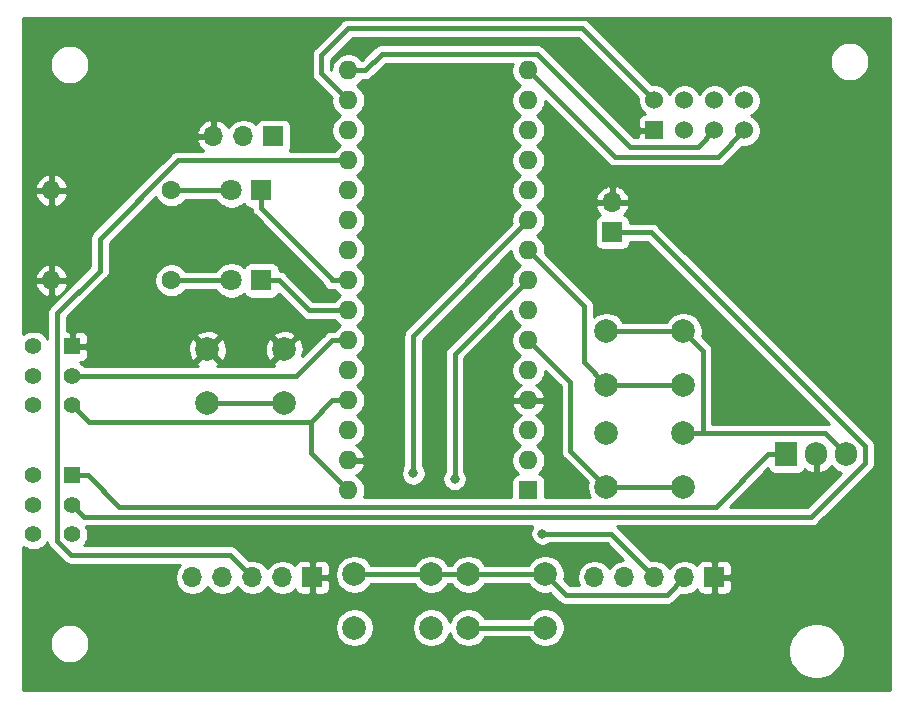
<source format=gbr>
G04 #@! TF.GenerationSoftware,KiCad,Pcbnew,(5.1.5)-3*
G04 #@! TF.CreationDate,2021-02-01T00:00:30+01:00*
G04 #@! TF.ProjectId,nadajnik_rev01,6e616461-6a6e-4696-9b5f-72657630312e,rev?*
G04 #@! TF.SameCoordinates,Original*
G04 #@! TF.FileFunction,Copper,L1,Top*
G04 #@! TF.FilePolarity,Positive*
%FSLAX46Y46*%
G04 Gerber Fmt 4.6, Leading zero omitted, Abs format (unit mm)*
G04 Created by KiCad (PCBNEW (5.1.5)-3) date 2021-02-01 00:00:30*
%MOMM*%
%LPD*%
G04 APERTURE LIST*
%ADD10R,1.524000X1.524000*%
%ADD11C,1.524000*%
%ADD12C,1.400000*%
%ADD13R,1.400000X1.400000*%
%ADD14O,1.700000X1.700000*%
%ADD15R,1.700000X1.700000*%
%ADD16R,1.600000X1.600000*%
%ADD17O,1.600000X1.600000*%
%ADD18R,1.800000X1.800000*%
%ADD19C,1.800000*%
%ADD20C,1.600000*%
%ADD21C,2.000000*%
%ADD22R,1.905000X2.000000*%
%ADD23O,1.905000X2.000000*%
%ADD24C,0.800000*%
%ADD25C,0.400000*%
%ADD26C,0.254000*%
G04 APERTURE END LIST*
D10*
X142494000Y-66040000D03*
D11*
X142494000Y-63500000D03*
X145034000Y-66040000D03*
X145034000Y-63500000D03*
X147574000Y-66040000D03*
X147574000Y-63500000D03*
X150114000Y-66040000D03*
X150114000Y-63500000D03*
D12*
X89918000Y-100250000D03*
X89918000Y-97750000D03*
X89918000Y-95250000D03*
X93218000Y-100250000D03*
X93218000Y-97750000D03*
D13*
X93218000Y-95250000D03*
D14*
X137414000Y-103886000D03*
X139954000Y-103886000D03*
X142494000Y-103886000D03*
X145034000Y-103886000D03*
D15*
X147574000Y-103886000D03*
X113538000Y-103886000D03*
D14*
X110998000Y-103886000D03*
X108458000Y-103886000D03*
X105918000Y-103886000D03*
X103378000Y-103886000D03*
D16*
X131826000Y-96520000D03*
D17*
X116586000Y-63500000D03*
X131826000Y-93980000D03*
X116586000Y-66040000D03*
X131826000Y-91440000D03*
X116586000Y-68580000D03*
X131826000Y-88900000D03*
X116586000Y-71120000D03*
X131826000Y-86360000D03*
X116586000Y-73660000D03*
X131826000Y-83820000D03*
X116586000Y-76200000D03*
X131826000Y-81280000D03*
X116586000Y-78740000D03*
X131826000Y-78740000D03*
X116586000Y-81280000D03*
X131826000Y-76200000D03*
X116586000Y-83820000D03*
X131826000Y-73660000D03*
X116586000Y-86360000D03*
X131826000Y-71120000D03*
X116586000Y-88900000D03*
X131826000Y-68580000D03*
X116586000Y-91440000D03*
X131826000Y-66040000D03*
X116586000Y-93980000D03*
X131826000Y-63500000D03*
X116586000Y-96520000D03*
X131826000Y-60960000D03*
X116586000Y-60960000D03*
D18*
X109220000Y-71120000D03*
D19*
X106680000Y-71120000D03*
X106680000Y-78740000D03*
D18*
X109220000Y-78740000D03*
D15*
X138938000Y-74676000D03*
D14*
X138938000Y-72136000D03*
D17*
X91440000Y-71120000D03*
D20*
X101600000Y-71120000D03*
X101600000Y-78740000D03*
D17*
X91440000Y-78740000D03*
D21*
X111148000Y-84582000D03*
X111148000Y-89082000D03*
X104648000Y-84582000D03*
X104648000Y-89082000D03*
X138430000Y-96194000D03*
X138430000Y-91694000D03*
X144930000Y-96194000D03*
X144930000Y-91694000D03*
X117094000Y-108132000D03*
X117094000Y-103632000D03*
X123594000Y-108132000D03*
X123594000Y-103632000D03*
X133246000Y-103632000D03*
X133246000Y-108132000D03*
X126746000Y-103632000D03*
X126746000Y-108132000D03*
X138430000Y-87558000D03*
X138430000Y-83058000D03*
X144930000Y-87558000D03*
X144930000Y-83058000D03*
D13*
X93218000Y-84328000D03*
D12*
X93218000Y-86828000D03*
X93218000Y-89328000D03*
X89918000Y-84328000D03*
X89918000Y-86828000D03*
X89918000Y-89328000D03*
D15*
X110236000Y-66548000D03*
D14*
X107696000Y-66548000D03*
X105156000Y-66548000D03*
D22*
X153670000Y-93472000D03*
D23*
X156210000Y-93472000D03*
X158750000Y-93472000D03*
D24*
X134620000Y-59690000D03*
X133009200Y-100174200D03*
X125566200Y-95534900D03*
X122075200Y-95068900D03*
D25*
X114300000Y-61214000D02*
X116586000Y-63500000D01*
X114300000Y-59690000D02*
X114300000Y-61214000D01*
X116586000Y-57404000D02*
X114300000Y-59690000D01*
X142494000Y-63500000D02*
X136398000Y-57404000D01*
X136398000Y-57404000D02*
X116586000Y-57404000D01*
X116586000Y-68580000D02*
X102159700Y-68580000D01*
X102159700Y-68580000D02*
X95537500Y-75202200D01*
X95537500Y-75202200D02*
X95537500Y-77906100D01*
X95537500Y-77906100D02*
X91917300Y-81526300D01*
X91917300Y-81526300D02*
X91917300Y-100788600D01*
X91917300Y-100788600D02*
X93130100Y-102001400D01*
X93130100Y-102001400D02*
X106573400Y-102001400D01*
X106573400Y-102001400D02*
X108458000Y-103886000D01*
X104648000Y-89082000D02*
X111148000Y-89082000D01*
X133009200Y-100174200D02*
X138782200Y-100174200D01*
X138782200Y-100174200D02*
X142494000Y-103886000D01*
X138430000Y-96194000D02*
X135379500Y-93143500D01*
X135379500Y-93143500D02*
X135379500Y-87373500D01*
X135379500Y-87373500D02*
X131826000Y-83820000D01*
X144930000Y-96194000D02*
X138430000Y-96194000D01*
X126746000Y-108132000D02*
X133246000Y-108132000D01*
X116586000Y-78740000D02*
X115185700Y-78740000D01*
X109220000Y-71120000D02*
X109220000Y-72620300D01*
X109220000Y-72620300D02*
X115185700Y-78586000D01*
X115185700Y-78586000D02*
X115185700Y-78740000D01*
X125566200Y-95534900D02*
X125566200Y-84999800D01*
X125566200Y-84999800D02*
X131826000Y-78740000D01*
X109220000Y-78740000D02*
X110720300Y-78740000D01*
X110720300Y-78740000D02*
X113260300Y-81280000D01*
X113260300Y-81280000D02*
X116586000Y-81280000D01*
X138430000Y-87558000D02*
X136524100Y-85652100D01*
X136524100Y-85652100D02*
X136524100Y-80898100D01*
X136524100Y-80898100D02*
X131826000Y-76200000D01*
X144930000Y-87558000D02*
X138430000Y-87558000D01*
X116586000Y-83820000D02*
X115185700Y-83820000D01*
X93218000Y-86828000D02*
X112177700Y-86828000D01*
X112177700Y-86828000D02*
X115185700Y-83820000D01*
X131826000Y-73660000D02*
X122075200Y-83410800D01*
X122075200Y-83410800D02*
X122075200Y-95068900D01*
X146568200Y-91694000D02*
X144930000Y-91694000D01*
X158750000Y-93472000D02*
X156972000Y-91694000D01*
X156972000Y-91694000D02*
X146568200Y-91694000D01*
X146568200Y-91694000D02*
X146568200Y-84696200D01*
X146568200Y-84696200D02*
X144930000Y-83058000D01*
X145034000Y-103886000D02*
X143545900Y-105374100D01*
X143545900Y-105374100D02*
X134988100Y-105374100D01*
X134988100Y-105374100D02*
X133246000Y-103632000D01*
X113384800Y-90700900D02*
X115185700Y-88900000D01*
X93218000Y-89328000D02*
X94590900Y-90700900D01*
X94590900Y-90700900D02*
X113384800Y-90700900D01*
X116586000Y-96520000D02*
X113384800Y-93318800D01*
X113384800Y-93318800D02*
X113384800Y-90700900D01*
X123594000Y-103632000D02*
X117094000Y-103632000D01*
X126746000Y-103632000D02*
X133246000Y-103632000D01*
X123594000Y-103632000D02*
X126746000Y-103632000D01*
X144930000Y-83058000D02*
X138430000Y-83058000D01*
X116586000Y-88900000D02*
X115185700Y-88900000D01*
X131826000Y-60960000D02*
X139116600Y-68250600D01*
X139116600Y-68250600D02*
X147903400Y-68250600D01*
X147903400Y-68250600D02*
X150114000Y-66040000D01*
X116586000Y-60960000D02*
X117986300Y-60960000D01*
X117986300Y-60960000D02*
X119392400Y-59553900D01*
X119392400Y-59553900D02*
X132539900Y-59553900D01*
X132539900Y-59553900D02*
X140420900Y-67434900D01*
X140420900Y-67434900D02*
X146179100Y-67434900D01*
X146179100Y-67434900D02*
X147574000Y-66040000D01*
X101600000Y-71120000D02*
X106680000Y-71120000D01*
X101600000Y-78740000D02*
X106680000Y-78740000D01*
X138938000Y-74676000D02*
X142208900Y-74676000D01*
X142208900Y-74676000D02*
X160313200Y-92780300D01*
X160313200Y-92780300D02*
X160313200Y-94179200D01*
X160313200Y-94179200D02*
X155758400Y-98734000D01*
X155758400Y-98734000D02*
X94202000Y-98734000D01*
X94202000Y-98734000D02*
X93218000Y-97750000D01*
X93218000Y-95250000D02*
X94518300Y-95250000D01*
X153670000Y-93472000D02*
X152117200Y-93472000D01*
X152117200Y-93472000D02*
X147663200Y-97926000D01*
X147663200Y-97926000D02*
X97194300Y-97926000D01*
X97194300Y-97926000D02*
X94518300Y-95250000D01*
D26*
G36*
X162408000Y-113386000D02*
G01*
X89052000Y-113386000D01*
X89052000Y-109308042D01*
X91279000Y-109308042D01*
X91279000Y-109639958D01*
X91343754Y-109965496D01*
X91470772Y-110272147D01*
X91655175Y-110548125D01*
X91889875Y-110782825D01*
X92165853Y-110967228D01*
X92472504Y-111094246D01*
X92798042Y-111159000D01*
X93129958Y-111159000D01*
X93455496Y-111094246D01*
X93762147Y-110967228D01*
X94038125Y-110782825D01*
X94272825Y-110548125D01*
X94457228Y-110272147D01*
X94584246Y-109965496D01*
X94597851Y-109897098D01*
X153825000Y-109897098D01*
X153825000Y-110366902D01*
X153916654Y-110827679D01*
X154096440Y-111261721D01*
X154357450Y-111652349D01*
X154689651Y-111984550D01*
X155080279Y-112245560D01*
X155514321Y-112425346D01*
X155975098Y-112517000D01*
X156444902Y-112517000D01*
X156905679Y-112425346D01*
X157339721Y-112245560D01*
X157730349Y-111984550D01*
X158062550Y-111652349D01*
X158323560Y-111261721D01*
X158503346Y-110827679D01*
X158595000Y-110366902D01*
X158595000Y-109897098D01*
X158503346Y-109436321D01*
X158323560Y-109002279D01*
X158062550Y-108611651D01*
X157730349Y-108279450D01*
X157339721Y-108018440D01*
X156905679Y-107838654D01*
X156444902Y-107747000D01*
X155975098Y-107747000D01*
X155514321Y-107838654D01*
X155080279Y-108018440D01*
X154689651Y-108279450D01*
X154357450Y-108611651D01*
X154096440Y-109002279D01*
X153916654Y-109436321D01*
X153825000Y-109897098D01*
X94597851Y-109897098D01*
X94649000Y-109639958D01*
X94649000Y-109308042D01*
X94584246Y-108982504D01*
X94457228Y-108675853D01*
X94272825Y-108399875D01*
X94038125Y-108165175D01*
X93762147Y-107980772D01*
X93738476Y-107970967D01*
X115459000Y-107970967D01*
X115459000Y-108293033D01*
X115521832Y-108608912D01*
X115645082Y-108906463D01*
X115824013Y-109174252D01*
X116051748Y-109401987D01*
X116319537Y-109580918D01*
X116617088Y-109704168D01*
X116932967Y-109767000D01*
X117255033Y-109767000D01*
X117570912Y-109704168D01*
X117868463Y-109580918D01*
X118136252Y-109401987D01*
X118363987Y-109174252D01*
X118542918Y-108906463D01*
X118666168Y-108608912D01*
X118729000Y-108293033D01*
X118729000Y-107970967D01*
X121959000Y-107970967D01*
X121959000Y-108293033D01*
X122021832Y-108608912D01*
X122145082Y-108906463D01*
X122324013Y-109174252D01*
X122551748Y-109401987D01*
X122819537Y-109580918D01*
X123117088Y-109704168D01*
X123432967Y-109767000D01*
X123755033Y-109767000D01*
X124070912Y-109704168D01*
X124368463Y-109580918D01*
X124636252Y-109401987D01*
X124863987Y-109174252D01*
X125042918Y-108906463D01*
X125166168Y-108608912D01*
X125170000Y-108589647D01*
X125173832Y-108608912D01*
X125297082Y-108906463D01*
X125476013Y-109174252D01*
X125703748Y-109401987D01*
X125971537Y-109580918D01*
X126269088Y-109704168D01*
X126584967Y-109767000D01*
X126907033Y-109767000D01*
X127222912Y-109704168D01*
X127520463Y-109580918D01*
X127788252Y-109401987D01*
X128015987Y-109174252D01*
X128154468Y-108967000D01*
X131837532Y-108967000D01*
X131976013Y-109174252D01*
X132203748Y-109401987D01*
X132471537Y-109580918D01*
X132769088Y-109704168D01*
X133084967Y-109767000D01*
X133407033Y-109767000D01*
X133722912Y-109704168D01*
X134020463Y-109580918D01*
X134288252Y-109401987D01*
X134515987Y-109174252D01*
X134694918Y-108906463D01*
X134818168Y-108608912D01*
X134881000Y-108293033D01*
X134881000Y-107970967D01*
X134818168Y-107655088D01*
X134694918Y-107357537D01*
X134515987Y-107089748D01*
X134288252Y-106862013D01*
X134020463Y-106683082D01*
X133722912Y-106559832D01*
X133407033Y-106497000D01*
X133084967Y-106497000D01*
X132769088Y-106559832D01*
X132471537Y-106683082D01*
X132203748Y-106862013D01*
X131976013Y-107089748D01*
X131837532Y-107297000D01*
X128154468Y-107297000D01*
X128015987Y-107089748D01*
X127788252Y-106862013D01*
X127520463Y-106683082D01*
X127222912Y-106559832D01*
X126907033Y-106497000D01*
X126584967Y-106497000D01*
X126269088Y-106559832D01*
X125971537Y-106683082D01*
X125703748Y-106862013D01*
X125476013Y-107089748D01*
X125297082Y-107357537D01*
X125173832Y-107655088D01*
X125170000Y-107674353D01*
X125166168Y-107655088D01*
X125042918Y-107357537D01*
X124863987Y-107089748D01*
X124636252Y-106862013D01*
X124368463Y-106683082D01*
X124070912Y-106559832D01*
X123755033Y-106497000D01*
X123432967Y-106497000D01*
X123117088Y-106559832D01*
X122819537Y-106683082D01*
X122551748Y-106862013D01*
X122324013Y-107089748D01*
X122145082Y-107357537D01*
X122021832Y-107655088D01*
X121959000Y-107970967D01*
X118729000Y-107970967D01*
X118666168Y-107655088D01*
X118542918Y-107357537D01*
X118363987Y-107089748D01*
X118136252Y-106862013D01*
X117868463Y-106683082D01*
X117570912Y-106559832D01*
X117255033Y-106497000D01*
X116932967Y-106497000D01*
X116617088Y-106559832D01*
X116319537Y-106683082D01*
X116051748Y-106862013D01*
X115824013Y-107089748D01*
X115645082Y-107357537D01*
X115521832Y-107655088D01*
X115459000Y-107970967D01*
X93738476Y-107970967D01*
X93455496Y-107853754D01*
X93129958Y-107789000D01*
X92798042Y-107789000D01*
X92472504Y-107853754D01*
X92165853Y-107980772D01*
X91889875Y-108165175D01*
X91655175Y-108399875D01*
X91470772Y-108675853D01*
X91343754Y-108982504D01*
X91279000Y-109308042D01*
X89052000Y-109308042D01*
X89052000Y-101271975D01*
X89066987Y-101286962D01*
X89285641Y-101433061D01*
X89528595Y-101533696D01*
X89786514Y-101585000D01*
X90049486Y-101585000D01*
X90307405Y-101533696D01*
X90550359Y-101433061D01*
X90769013Y-101286962D01*
X90954962Y-101101013D01*
X91089237Y-100900054D01*
X91094382Y-100952288D01*
X91142128Y-101109686D01*
X91219664Y-101254745D01*
X91219665Y-101254746D01*
X91324010Y-101381891D01*
X91355874Y-101408041D01*
X92510658Y-102562826D01*
X92536809Y-102594691D01*
X92663954Y-102699036D01*
X92809013Y-102776572D01*
X92966411Y-102824318D01*
X93089081Y-102836400D01*
X93089083Y-102836400D01*
X93130099Y-102840440D01*
X93171115Y-102836400D01*
X102327493Y-102836400D01*
X102224525Y-102939368D01*
X102062010Y-103182589D01*
X101950068Y-103452842D01*
X101893000Y-103739740D01*
X101893000Y-104032260D01*
X101950068Y-104319158D01*
X102062010Y-104589411D01*
X102224525Y-104832632D01*
X102431368Y-105039475D01*
X102674589Y-105201990D01*
X102944842Y-105313932D01*
X103231740Y-105371000D01*
X103524260Y-105371000D01*
X103811158Y-105313932D01*
X104081411Y-105201990D01*
X104324632Y-105039475D01*
X104531475Y-104832632D01*
X104648000Y-104658240D01*
X104764525Y-104832632D01*
X104971368Y-105039475D01*
X105214589Y-105201990D01*
X105484842Y-105313932D01*
X105771740Y-105371000D01*
X106064260Y-105371000D01*
X106351158Y-105313932D01*
X106621411Y-105201990D01*
X106864632Y-105039475D01*
X107071475Y-104832632D01*
X107188000Y-104658240D01*
X107304525Y-104832632D01*
X107511368Y-105039475D01*
X107754589Y-105201990D01*
X108024842Y-105313932D01*
X108311740Y-105371000D01*
X108604260Y-105371000D01*
X108891158Y-105313932D01*
X109161411Y-105201990D01*
X109404632Y-105039475D01*
X109611475Y-104832632D01*
X109728000Y-104658240D01*
X109844525Y-104832632D01*
X110051368Y-105039475D01*
X110294589Y-105201990D01*
X110564842Y-105313932D01*
X110851740Y-105371000D01*
X111144260Y-105371000D01*
X111431158Y-105313932D01*
X111701411Y-105201990D01*
X111944632Y-105039475D01*
X112076487Y-104907620D01*
X112098498Y-104980180D01*
X112157463Y-105090494D01*
X112236815Y-105187185D01*
X112333506Y-105266537D01*
X112443820Y-105325502D01*
X112563518Y-105361812D01*
X112688000Y-105374072D01*
X113252250Y-105371000D01*
X113411000Y-105212250D01*
X113411000Y-104013000D01*
X113665000Y-104013000D01*
X113665000Y-105212250D01*
X113823750Y-105371000D01*
X114388000Y-105374072D01*
X114512482Y-105361812D01*
X114632180Y-105325502D01*
X114742494Y-105266537D01*
X114839185Y-105187185D01*
X114918537Y-105090494D01*
X114977502Y-104980180D01*
X115013812Y-104860482D01*
X115026072Y-104736000D01*
X115023000Y-104171750D01*
X114864250Y-104013000D01*
X113665000Y-104013000D01*
X113411000Y-104013000D01*
X113391000Y-104013000D01*
X113391000Y-103759000D01*
X113411000Y-103759000D01*
X113411000Y-102559750D01*
X113665000Y-102559750D01*
X113665000Y-103759000D01*
X114864250Y-103759000D01*
X115023000Y-103600250D01*
X115026072Y-103036000D01*
X115013812Y-102911518D01*
X114977502Y-102791820D01*
X114918537Y-102681506D01*
X114839185Y-102584815D01*
X114742494Y-102505463D01*
X114632180Y-102446498D01*
X114512482Y-102410188D01*
X114388000Y-102397928D01*
X113823750Y-102401000D01*
X113665000Y-102559750D01*
X113411000Y-102559750D01*
X113252250Y-102401000D01*
X112688000Y-102397928D01*
X112563518Y-102410188D01*
X112443820Y-102446498D01*
X112333506Y-102505463D01*
X112236815Y-102584815D01*
X112157463Y-102681506D01*
X112098498Y-102791820D01*
X112076487Y-102864380D01*
X111944632Y-102732525D01*
X111701411Y-102570010D01*
X111431158Y-102458068D01*
X111144260Y-102401000D01*
X110851740Y-102401000D01*
X110564842Y-102458068D01*
X110294589Y-102570010D01*
X110051368Y-102732525D01*
X109844525Y-102939368D01*
X109728000Y-103113760D01*
X109611475Y-102939368D01*
X109404632Y-102732525D01*
X109161411Y-102570010D01*
X108891158Y-102458068D01*
X108604260Y-102401000D01*
X108311740Y-102401000D01*
X108180061Y-102427193D01*
X107192846Y-101439979D01*
X107166691Y-101408109D01*
X107039546Y-101303764D01*
X106894487Y-101226228D01*
X106737089Y-101178482D01*
X106614419Y-101166400D01*
X106614418Y-101166400D01*
X106573400Y-101162360D01*
X106532382Y-101166400D01*
X94189575Y-101166400D01*
X94254962Y-101101013D01*
X94401061Y-100882359D01*
X94501696Y-100639405D01*
X94553000Y-100381486D01*
X94553000Y-100118514D01*
X94501696Y-99860595D01*
X94401061Y-99617641D01*
X94368560Y-99569000D01*
X132168798Y-99569000D01*
X132091995Y-99683944D01*
X132013974Y-99872302D01*
X131974200Y-100072261D01*
X131974200Y-100276139D01*
X132013974Y-100476098D01*
X132091995Y-100664456D01*
X132205263Y-100833974D01*
X132349426Y-100978137D01*
X132518944Y-101091405D01*
X132707302Y-101169426D01*
X132907261Y-101209200D01*
X133111139Y-101209200D01*
X133311098Y-101169426D01*
X133499456Y-101091405D01*
X133622485Y-101009200D01*
X138436333Y-101009200D01*
X139828132Y-102401000D01*
X139807740Y-102401000D01*
X139520842Y-102458068D01*
X139250589Y-102570010D01*
X139007368Y-102732525D01*
X138800525Y-102939368D01*
X138684000Y-103113760D01*
X138567475Y-102939368D01*
X138360632Y-102732525D01*
X138117411Y-102570010D01*
X137847158Y-102458068D01*
X137560260Y-102401000D01*
X137267740Y-102401000D01*
X136980842Y-102458068D01*
X136710589Y-102570010D01*
X136467368Y-102732525D01*
X136260525Y-102939368D01*
X136098010Y-103182589D01*
X135986068Y-103452842D01*
X135929000Y-103739740D01*
X135929000Y-104032260D01*
X135986068Y-104319158D01*
X136077171Y-104539100D01*
X135333968Y-104539100D01*
X134832372Y-104037504D01*
X134881000Y-103793033D01*
X134881000Y-103470967D01*
X134818168Y-103155088D01*
X134694918Y-102857537D01*
X134515987Y-102589748D01*
X134288252Y-102362013D01*
X134020463Y-102183082D01*
X133722912Y-102059832D01*
X133407033Y-101997000D01*
X133084967Y-101997000D01*
X132769088Y-102059832D01*
X132471537Y-102183082D01*
X132203748Y-102362013D01*
X131976013Y-102589748D01*
X131837532Y-102797000D01*
X128154468Y-102797000D01*
X128015987Y-102589748D01*
X127788252Y-102362013D01*
X127520463Y-102183082D01*
X127222912Y-102059832D01*
X126907033Y-101997000D01*
X126584967Y-101997000D01*
X126269088Y-102059832D01*
X125971537Y-102183082D01*
X125703748Y-102362013D01*
X125476013Y-102589748D01*
X125337532Y-102797000D01*
X125002468Y-102797000D01*
X124863987Y-102589748D01*
X124636252Y-102362013D01*
X124368463Y-102183082D01*
X124070912Y-102059832D01*
X123755033Y-101997000D01*
X123432967Y-101997000D01*
X123117088Y-102059832D01*
X122819537Y-102183082D01*
X122551748Y-102362013D01*
X122324013Y-102589748D01*
X122185532Y-102797000D01*
X118502468Y-102797000D01*
X118363987Y-102589748D01*
X118136252Y-102362013D01*
X117868463Y-102183082D01*
X117570912Y-102059832D01*
X117255033Y-101997000D01*
X116932967Y-101997000D01*
X116617088Y-102059832D01*
X116319537Y-102183082D01*
X116051748Y-102362013D01*
X115824013Y-102589748D01*
X115645082Y-102857537D01*
X115521832Y-103155088D01*
X115459000Y-103470967D01*
X115459000Y-103793033D01*
X115521832Y-104108912D01*
X115645082Y-104406463D01*
X115824013Y-104674252D01*
X116051748Y-104901987D01*
X116319537Y-105080918D01*
X116617088Y-105204168D01*
X116932967Y-105267000D01*
X117255033Y-105267000D01*
X117570912Y-105204168D01*
X117868463Y-105080918D01*
X118136252Y-104901987D01*
X118363987Y-104674252D01*
X118502468Y-104467000D01*
X122185532Y-104467000D01*
X122324013Y-104674252D01*
X122551748Y-104901987D01*
X122819537Y-105080918D01*
X123117088Y-105204168D01*
X123432967Y-105267000D01*
X123755033Y-105267000D01*
X124070912Y-105204168D01*
X124368463Y-105080918D01*
X124636252Y-104901987D01*
X124863987Y-104674252D01*
X125002468Y-104467000D01*
X125337532Y-104467000D01*
X125476013Y-104674252D01*
X125703748Y-104901987D01*
X125971537Y-105080918D01*
X126269088Y-105204168D01*
X126584967Y-105267000D01*
X126907033Y-105267000D01*
X127222912Y-105204168D01*
X127520463Y-105080918D01*
X127788252Y-104901987D01*
X128015987Y-104674252D01*
X128154468Y-104467000D01*
X131837532Y-104467000D01*
X131976013Y-104674252D01*
X132203748Y-104901987D01*
X132471537Y-105080918D01*
X132769088Y-105204168D01*
X133084967Y-105267000D01*
X133407033Y-105267000D01*
X133651504Y-105218372D01*
X134368659Y-105935526D01*
X134394809Y-105967391D01*
X134521954Y-106071736D01*
X134667013Y-106149272D01*
X134824411Y-106197018D01*
X134947081Y-106209100D01*
X134947091Y-106209100D01*
X134988099Y-106213139D01*
X135029107Y-106209100D01*
X143504882Y-106209100D01*
X143545900Y-106213140D01*
X143586918Y-106209100D01*
X143586919Y-106209100D01*
X143709589Y-106197018D01*
X143866987Y-106149272D01*
X144012046Y-106071736D01*
X144139191Y-105967391D01*
X144165346Y-105935521D01*
X144756060Y-105344807D01*
X144887740Y-105371000D01*
X145180260Y-105371000D01*
X145467158Y-105313932D01*
X145737411Y-105201990D01*
X145980632Y-105039475D01*
X146112487Y-104907620D01*
X146134498Y-104980180D01*
X146193463Y-105090494D01*
X146272815Y-105187185D01*
X146369506Y-105266537D01*
X146479820Y-105325502D01*
X146599518Y-105361812D01*
X146724000Y-105374072D01*
X147288250Y-105371000D01*
X147447000Y-105212250D01*
X147447000Y-104013000D01*
X147701000Y-104013000D01*
X147701000Y-105212250D01*
X147859750Y-105371000D01*
X148424000Y-105374072D01*
X148548482Y-105361812D01*
X148668180Y-105325502D01*
X148778494Y-105266537D01*
X148875185Y-105187185D01*
X148954537Y-105090494D01*
X149013502Y-104980180D01*
X149049812Y-104860482D01*
X149062072Y-104736000D01*
X149059000Y-104171750D01*
X148900250Y-104013000D01*
X147701000Y-104013000D01*
X147447000Y-104013000D01*
X147427000Y-104013000D01*
X147427000Y-103759000D01*
X147447000Y-103759000D01*
X147447000Y-102559750D01*
X147701000Y-102559750D01*
X147701000Y-103759000D01*
X148900250Y-103759000D01*
X149059000Y-103600250D01*
X149062072Y-103036000D01*
X149049812Y-102911518D01*
X149013502Y-102791820D01*
X148954537Y-102681506D01*
X148875185Y-102584815D01*
X148778494Y-102505463D01*
X148668180Y-102446498D01*
X148548482Y-102410188D01*
X148424000Y-102397928D01*
X147859750Y-102401000D01*
X147701000Y-102559750D01*
X147447000Y-102559750D01*
X147288250Y-102401000D01*
X146724000Y-102397928D01*
X146599518Y-102410188D01*
X146479820Y-102446498D01*
X146369506Y-102505463D01*
X146272815Y-102584815D01*
X146193463Y-102681506D01*
X146134498Y-102791820D01*
X146112487Y-102864380D01*
X145980632Y-102732525D01*
X145737411Y-102570010D01*
X145467158Y-102458068D01*
X145180260Y-102401000D01*
X144887740Y-102401000D01*
X144600842Y-102458068D01*
X144330589Y-102570010D01*
X144087368Y-102732525D01*
X143880525Y-102939368D01*
X143764000Y-103113760D01*
X143647475Y-102939368D01*
X143440632Y-102732525D01*
X143197411Y-102570010D01*
X142927158Y-102458068D01*
X142640260Y-102401000D01*
X142347740Y-102401000D01*
X142216061Y-102427193D01*
X139401646Y-99612779D01*
X139375491Y-99580909D01*
X139360980Y-99569000D01*
X155717382Y-99569000D01*
X155758400Y-99573040D01*
X155799418Y-99569000D01*
X155799419Y-99569000D01*
X155922089Y-99556918D01*
X156079487Y-99509172D01*
X156224546Y-99431636D01*
X156351691Y-99327291D01*
X156377846Y-99295421D01*
X160874632Y-94798637D01*
X160906491Y-94772491D01*
X161010836Y-94645346D01*
X161088372Y-94500287D01*
X161136118Y-94342889D01*
X161148200Y-94220219D01*
X161152240Y-94179200D01*
X161148200Y-94138182D01*
X161148200Y-92821318D01*
X161152240Y-92780300D01*
X161146844Y-92725510D01*
X161136118Y-92616611D01*
X161088372Y-92459213D01*
X161010836Y-92314154D01*
X160906491Y-92187009D01*
X160874633Y-92160864D01*
X142828346Y-74114579D01*
X142802191Y-74082709D01*
X142675046Y-73978364D01*
X142529987Y-73900828D01*
X142372589Y-73853082D01*
X142249919Y-73841000D01*
X142249918Y-73841000D01*
X142208900Y-73836960D01*
X142167882Y-73841000D01*
X140426072Y-73841000D01*
X140426072Y-73826000D01*
X140413812Y-73701518D01*
X140377502Y-73581820D01*
X140318537Y-73471506D01*
X140239185Y-73374815D01*
X140142494Y-73295463D01*
X140032180Y-73236498D01*
X139951534Y-73212034D01*
X140035588Y-73136269D01*
X140209641Y-72902920D01*
X140334825Y-72640099D01*
X140379476Y-72492890D01*
X140258155Y-72263000D01*
X139065000Y-72263000D01*
X139065000Y-72283000D01*
X138811000Y-72283000D01*
X138811000Y-72263000D01*
X137617845Y-72263000D01*
X137496524Y-72492890D01*
X137541175Y-72640099D01*
X137666359Y-72902920D01*
X137840412Y-73136269D01*
X137924466Y-73212034D01*
X137843820Y-73236498D01*
X137733506Y-73295463D01*
X137636815Y-73374815D01*
X137557463Y-73471506D01*
X137498498Y-73581820D01*
X137462188Y-73701518D01*
X137449928Y-73826000D01*
X137449928Y-75526000D01*
X137462188Y-75650482D01*
X137498498Y-75770180D01*
X137557463Y-75880494D01*
X137636815Y-75977185D01*
X137733506Y-76056537D01*
X137843820Y-76115502D01*
X137963518Y-76151812D01*
X138088000Y-76164072D01*
X139788000Y-76164072D01*
X139912482Y-76151812D01*
X140032180Y-76115502D01*
X140142494Y-76056537D01*
X140239185Y-75977185D01*
X140318537Y-75880494D01*
X140377502Y-75770180D01*
X140413812Y-75650482D01*
X140426072Y-75526000D01*
X140426072Y-75511000D01*
X141863033Y-75511000D01*
X157261181Y-90909149D01*
X157135689Y-90871082D01*
X157013019Y-90859000D01*
X157013018Y-90859000D01*
X156972000Y-90854960D01*
X156930982Y-90859000D01*
X147403200Y-90859000D01*
X147403200Y-84737218D01*
X147407240Y-84696200D01*
X147391231Y-84533655D01*
X147391118Y-84532511D01*
X147343372Y-84375113D01*
X147265836Y-84230054D01*
X147241438Y-84200325D01*
X147187639Y-84134770D01*
X147187637Y-84134768D01*
X147161491Y-84102909D01*
X147129632Y-84076763D01*
X146516372Y-83463504D01*
X146565000Y-83219033D01*
X146565000Y-82896967D01*
X146502168Y-82581088D01*
X146378918Y-82283537D01*
X146199987Y-82015748D01*
X145972252Y-81788013D01*
X145704463Y-81609082D01*
X145406912Y-81485832D01*
X145091033Y-81423000D01*
X144768967Y-81423000D01*
X144453088Y-81485832D01*
X144155537Y-81609082D01*
X143887748Y-81788013D01*
X143660013Y-82015748D01*
X143521532Y-82223000D01*
X139838468Y-82223000D01*
X139699987Y-82015748D01*
X139472252Y-81788013D01*
X139204463Y-81609082D01*
X138906912Y-81485832D01*
X138591033Y-81423000D01*
X138268967Y-81423000D01*
X137953088Y-81485832D01*
X137655537Y-81609082D01*
X137387748Y-81788013D01*
X137359100Y-81816661D01*
X137359100Y-80939118D01*
X137363140Y-80898100D01*
X137347018Y-80734412D01*
X137342213Y-80718570D01*
X137299272Y-80577013D01*
X137221736Y-80431954D01*
X137117391Y-80304809D01*
X137085532Y-80278663D01*
X133242285Y-76435418D01*
X133261000Y-76341335D01*
X133261000Y-76058665D01*
X133205853Y-75781426D01*
X133097680Y-75520273D01*
X132940637Y-75285241D01*
X132740759Y-75085363D01*
X132508241Y-74930000D01*
X132740759Y-74774637D01*
X132940637Y-74574759D01*
X133097680Y-74339727D01*
X133205853Y-74078574D01*
X133261000Y-73801335D01*
X133261000Y-73518665D01*
X133205853Y-73241426D01*
X133097680Y-72980273D01*
X132940637Y-72745241D01*
X132740759Y-72545363D01*
X132508241Y-72390000D01*
X132740759Y-72234637D01*
X132940637Y-72034759D01*
X133097680Y-71799727D01*
X133106219Y-71779110D01*
X137496524Y-71779110D01*
X137617845Y-72009000D01*
X138811000Y-72009000D01*
X138811000Y-70815186D01*
X139065000Y-70815186D01*
X139065000Y-72009000D01*
X140258155Y-72009000D01*
X140379476Y-71779110D01*
X140334825Y-71631901D01*
X140209641Y-71369080D01*
X140035588Y-71135731D01*
X139819355Y-70940822D01*
X139569252Y-70791843D01*
X139294891Y-70694519D01*
X139065000Y-70815186D01*
X138811000Y-70815186D01*
X138581109Y-70694519D01*
X138306748Y-70791843D01*
X138056645Y-70940822D01*
X137840412Y-71135731D01*
X137666359Y-71369080D01*
X137541175Y-71631901D01*
X137496524Y-71779110D01*
X133106219Y-71779110D01*
X133205853Y-71538574D01*
X133261000Y-71261335D01*
X133261000Y-70978665D01*
X133205853Y-70701426D01*
X133097680Y-70440273D01*
X132940637Y-70205241D01*
X132740759Y-70005363D01*
X132508241Y-69850000D01*
X132740759Y-69694637D01*
X132940637Y-69494759D01*
X133097680Y-69259727D01*
X133205853Y-68998574D01*
X133261000Y-68721335D01*
X133261000Y-68438665D01*
X133205853Y-68161426D01*
X133097680Y-67900273D01*
X132940637Y-67665241D01*
X132740759Y-67465363D01*
X132508241Y-67310000D01*
X132740759Y-67154637D01*
X132940637Y-66954759D01*
X133097680Y-66719727D01*
X133205853Y-66458574D01*
X133261000Y-66181335D01*
X133261000Y-65898665D01*
X133205853Y-65621426D01*
X133097680Y-65360273D01*
X132940637Y-65125241D01*
X132740759Y-64925363D01*
X132508241Y-64770000D01*
X132740759Y-64614637D01*
X132940637Y-64414759D01*
X133097680Y-64179727D01*
X133205853Y-63918574D01*
X133261000Y-63641335D01*
X133261000Y-63575867D01*
X138497159Y-68812027D01*
X138523309Y-68843891D01*
X138650454Y-68948236D01*
X138795513Y-69025772D01*
X138952911Y-69073518D01*
X139075581Y-69085600D01*
X139075591Y-69085600D01*
X139116599Y-69089639D01*
X139157607Y-69085600D01*
X147862382Y-69085600D01*
X147903400Y-69089640D01*
X147944418Y-69085600D01*
X147944419Y-69085600D01*
X148067089Y-69073518D01*
X148224487Y-69025772D01*
X148369546Y-68948236D01*
X148496691Y-68843891D01*
X148522846Y-68812021D01*
X149910898Y-67423969D01*
X149976408Y-67437000D01*
X150251592Y-67437000D01*
X150521490Y-67383314D01*
X150775727Y-67278005D01*
X151004535Y-67125120D01*
X151199120Y-66930535D01*
X151352005Y-66701727D01*
X151457314Y-66447490D01*
X151511000Y-66177592D01*
X151511000Y-65902408D01*
X151457314Y-65632510D01*
X151352005Y-65378273D01*
X151199120Y-65149465D01*
X151004535Y-64954880D01*
X150775727Y-64801995D01*
X150698485Y-64770000D01*
X150775727Y-64738005D01*
X151004535Y-64585120D01*
X151199120Y-64390535D01*
X151352005Y-64161727D01*
X151457314Y-63907490D01*
X151511000Y-63637592D01*
X151511000Y-63362408D01*
X151457314Y-63092510D01*
X151352005Y-62838273D01*
X151199120Y-62609465D01*
X151004535Y-62414880D01*
X150775727Y-62261995D01*
X150521490Y-62156686D01*
X150251592Y-62103000D01*
X149976408Y-62103000D01*
X149706510Y-62156686D01*
X149452273Y-62261995D01*
X149223465Y-62414880D01*
X149028880Y-62609465D01*
X148875995Y-62838273D01*
X148844000Y-62915515D01*
X148812005Y-62838273D01*
X148659120Y-62609465D01*
X148464535Y-62414880D01*
X148235727Y-62261995D01*
X147981490Y-62156686D01*
X147711592Y-62103000D01*
X147436408Y-62103000D01*
X147166510Y-62156686D01*
X146912273Y-62261995D01*
X146683465Y-62414880D01*
X146488880Y-62609465D01*
X146335995Y-62838273D01*
X146304000Y-62915515D01*
X146272005Y-62838273D01*
X146119120Y-62609465D01*
X145924535Y-62414880D01*
X145695727Y-62261995D01*
X145441490Y-62156686D01*
X145171592Y-62103000D01*
X144896408Y-62103000D01*
X144626510Y-62156686D01*
X144372273Y-62261995D01*
X144143465Y-62414880D01*
X143948880Y-62609465D01*
X143795995Y-62838273D01*
X143764000Y-62915515D01*
X143732005Y-62838273D01*
X143579120Y-62609465D01*
X143384535Y-62414880D01*
X143155727Y-62261995D01*
X142901490Y-62156686D01*
X142631592Y-62103000D01*
X142356408Y-62103000D01*
X142290899Y-62116030D01*
X140206911Y-60032042D01*
X157319000Y-60032042D01*
X157319000Y-60363958D01*
X157383754Y-60689496D01*
X157510772Y-60996147D01*
X157695175Y-61272125D01*
X157929875Y-61506825D01*
X158205853Y-61691228D01*
X158512504Y-61818246D01*
X158838042Y-61883000D01*
X159169958Y-61883000D01*
X159495496Y-61818246D01*
X159802147Y-61691228D01*
X160078125Y-61506825D01*
X160312825Y-61272125D01*
X160497228Y-60996147D01*
X160624246Y-60689496D01*
X160689000Y-60363958D01*
X160689000Y-60032042D01*
X160624246Y-59706504D01*
X160497228Y-59399853D01*
X160312825Y-59123875D01*
X160078125Y-58889175D01*
X159802147Y-58704772D01*
X159495496Y-58577754D01*
X159169958Y-58513000D01*
X158838042Y-58513000D01*
X158512504Y-58577754D01*
X158205853Y-58704772D01*
X157929875Y-58889175D01*
X157695175Y-59123875D01*
X157510772Y-59399853D01*
X157383754Y-59706504D01*
X157319000Y-60032042D01*
X140206911Y-60032042D01*
X137017446Y-56842579D01*
X136991291Y-56810709D01*
X136864146Y-56706364D01*
X136719087Y-56628828D01*
X136561689Y-56581082D01*
X136439019Y-56569000D01*
X136439018Y-56569000D01*
X136398000Y-56564960D01*
X136356982Y-56569000D01*
X116627018Y-56569000D01*
X116585999Y-56564960D01*
X116544981Y-56569000D01*
X116422311Y-56581082D01*
X116264913Y-56628828D01*
X116119854Y-56706364D01*
X115992709Y-56810709D01*
X115966559Y-56842573D01*
X113738579Y-59070554D01*
X113706709Y-59096709D01*
X113602365Y-59223854D01*
X113602364Y-59223855D01*
X113524828Y-59368914D01*
X113477082Y-59526312D01*
X113460960Y-59690000D01*
X113465000Y-59731019D01*
X113465001Y-61172972D01*
X113460960Y-61214000D01*
X113477082Y-61377688D01*
X113524828Y-61535086D01*
X113534559Y-61553291D01*
X113602365Y-61680146D01*
X113706710Y-61807291D01*
X113738574Y-61833441D01*
X115169714Y-63264582D01*
X115151000Y-63358665D01*
X115151000Y-63641335D01*
X115206147Y-63918574D01*
X115314320Y-64179727D01*
X115471363Y-64414759D01*
X115671241Y-64614637D01*
X115903759Y-64770000D01*
X115671241Y-64925363D01*
X115471363Y-65125241D01*
X115314320Y-65360273D01*
X115206147Y-65621426D01*
X115151000Y-65898665D01*
X115151000Y-66181335D01*
X115206147Y-66458574D01*
X115314320Y-66719727D01*
X115471363Y-66954759D01*
X115671241Y-67154637D01*
X115903759Y-67310000D01*
X115671241Y-67465363D01*
X115471363Y-67665241D01*
X115418070Y-67745000D01*
X111620543Y-67745000D01*
X111675502Y-67642180D01*
X111711812Y-67522482D01*
X111724072Y-67398000D01*
X111724072Y-65698000D01*
X111711812Y-65573518D01*
X111675502Y-65453820D01*
X111616537Y-65343506D01*
X111537185Y-65246815D01*
X111440494Y-65167463D01*
X111330180Y-65108498D01*
X111210482Y-65072188D01*
X111086000Y-65059928D01*
X109386000Y-65059928D01*
X109261518Y-65072188D01*
X109141820Y-65108498D01*
X109031506Y-65167463D01*
X108934815Y-65246815D01*
X108855463Y-65343506D01*
X108796498Y-65453820D01*
X108774487Y-65526380D01*
X108642632Y-65394525D01*
X108399411Y-65232010D01*
X108129158Y-65120068D01*
X107842260Y-65063000D01*
X107549740Y-65063000D01*
X107262842Y-65120068D01*
X106992589Y-65232010D01*
X106749368Y-65394525D01*
X106542525Y-65601368D01*
X106420805Y-65783534D01*
X106351178Y-65666645D01*
X106156269Y-65450412D01*
X105922920Y-65276359D01*
X105660099Y-65151175D01*
X105512890Y-65106524D01*
X105283000Y-65227845D01*
X105283000Y-66421000D01*
X105303000Y-66421000D01*
X105303000Y-66675000D01*
X105283000Y-66675000D01*
X105283000Y-66695000D01*
X105029000Y-66695000D01*
X105029000Y-66675000D01*
X103835186Y-66675000D01*
X103714519Y-66904891D01*
X103811843Y-67179252D01*
X103960822Y-67429355D01*
X104155731Y-67645588D01*
X104289010Y-67745000D01*
X102200718Y-67745000D01*
X102159699Y-67740960D01*
X102007139Y-67755986D01*
X101996011Y-67757082D01*
X101838613Y-67804828D01*
X101693554Y-67882364D01*
X101566409Y-67986709D01*
X101540259Y-68018573D01*
X94976079Y-74582754D01*
X94944209Y-74608909D01*
X94839865Y-74736054D01*
X94839864Y-74736055D01*
X94762328Y-74881114D01*
X94714582Y-75038512D01*
X94698460Y-75202200D01*
X94702500Y-75243219D01*
X94702501Y-77560230D01*
X91355879Y-80906854D01*
X91324009Y-80933009D01*
X91219665Y-81060154D01*
X91219664Y-81060155D01*
X91142128Y-81205214D01*
X91094382Y-81362612D01*
X91078260Y-81526300D01*
X91082300Y-81567318D01*
X91082300Y-83667563D01*
X90954962Y-83476987D01*
X90769013Y-83291038D01*
X90550359Y-83144939D01*
X90307405Y-83044304D01*
X90049486Y-82993000D01*
X89786514Y-82993000D01*
X89528595Y-83044304D01*
X89285641Y-83144939D01*
X89066987Y-83291038D01*
X89052000Y-83306025D01*
X89052000Y-79089039D01*
X90048096Y-79089039D01*
X90088754Y-79223087D01*
X90208963Y-79477420D01*
X90376481Y-79703414D01*
X90584869Y-79892385D01*
X90826119Y-80037070D01*
X91090960Y-80131909D01*
X91313000Y-80010624D01*
X91313000Y-78867000D01*
X91567000Y-78867000D01*
X91567000Y-80010624D01*
X91789040Y-80131909D01*
X92053881Y-80037070D01*
X92295131Y-79892385D01*
X92503519Y-79703414D01*
X92671037Y-79477420D01*
X92791246Y-79223087D01*
X92831904Y-79089039D01*
X92709915Y-78867000D01*
X91567000Y-78867000D01*
X91313000Y-78867000D01*
X90170085Y-78867000D01*
X90048096Y-79089039D01*
X89052000Y-79089039D01*
X89052000Y-78390961D01*
X90048096Y-78390961D01*
X90170085Y-78613000D01*
X91313000Y-78613000D01*
X91313000Y-77469376D01*
X91567000Y-77469376D01*
X91567000Y-78613000D01*
X92709915Y-78613000D01*
X92831904Y-78390961D01*
X92791246Y-78256913D01*
X92671037Y-78002580D01*
X92503519Y-77776586D01*
X92295131Y-77587615D01*
X92053881Y-77442930D01*
X91789040Y-77348091D01*
X91567000Y-77469376D01*
X91313000Y-77469376D01*
X91090960Y-77348091D01*
X90826119Y-77442930D01*
X90584869Y-77587615D01*
X90376481Y-77776586D01*
X90208963Y-78002580D01*
X90088754Y-78256913D01*
X90048096Y-78390961D01*
X89052000Y-78390961D01*
X89052000Y-71469039D01*
X90048096Y-71469039D01*
X90088754Y-71603087D01*
X90208963Y-71857420D01*
X90376481Y-72083414D01*
X90584869Y-72272385D01*
X90826119Y-72417070D01*
X91090960Y-72511909D01*
X91313000Y-72390624D01*
X91313000Y-71247000D01*
X91567000Y-71247000D01*
X91567000Y-72390624D01*
X91789040Y-72511909D01*
X92053881Y-72417070D01*
X92295131Y-72272385D01*
X92503519Y-72083414D01*
X92671037Y-71857420D01*
X92791246Y-71603087D01*
X92831904Y-71469039D01*
X92709915Y-71247000D01*
X91567000Y-71247000D01*
X91313000Y-71247000D01*
X90170085Y-71247000D01*
X90048096Y-71469039D01*
X89052000Y-71469039D01*
X89052000Y-70770961D01*
X90048096Y-70770961D01*
X90170085Y-70993000D01*
X91313000Y-70993000D01*
X91313000Y-69849376D01*
X91567000Y-69849376D01*
X91567000Y-70993000D01*
X92709915Y-70993000D01*
X92831904Y-70770961D01*
X92791246Y-70636913D01*
X92671037Y-70382580D01*
X92503519Y-70156586D01*
X92295131Y-69967615D01*
X92053881Y-69822930D01*
X91789040Y-69728091D01*
X91567000Y-69849376D01*
X91313000Y-69849376D01*
X91090960Y-69728091D01*
X90826119Y-69822930D01*
X90584869Y-69967615D01*
X90376481Y-70156586D01*
X90208963Y-70382580D01*
X90088754Y-70636913D01*
X90048096Y-70770961D01*
X89052000Y-70770961D01*
X89052000Y-66191109D01*
X103714519Y-66191109D01*
X103835186Y-66421000D01*
X105029000Y-66421000D01*
X105029000Y-65227845D01*
X104799110Y-65106524D01*
X104651901Y-65151175D01*
X104389080Y-65276359D01*
X104155731Y-65450412D01*
X103960822Y-65666645D01*
X103811843Y-65916748D01*
X103714519Y-66191109D01*
X89052000Y-66191109D01*
X89052000Y-60286042D01*
X91279000Y-60286042D01*
X91279000Y-60617958D01*
X91343754Y-60943496D01*
X91470772Y-61250147D01*
X91655175Y-61526125D01*
X91889875Y-61760825D01*
X92165853Y-61945228D01*
X92472504Y-62072246D01*
X92798042Y-62137000D01*
X93129958Y-62137000D01*
X93455496Y-62072246D01*
X93762147Y-61945228D01*
X94038125Y-61760825D01*
X94272825Y-61526125D01*
X94457228Y-61250147D01*
X94584246Y-60943496D01*
X94649000Y-60617958D01*
X94649000Y-60286042D01*
X94584246Y-59960504D01*
X94457228Y-59653853D01*
X94272825Y-59377875D01*
X94038125Y-59143175D01*
X93762147Y-58958772D01*
X93455496Y-58831754D01*
X93129958Y-58767000D01*
X92798042Y-58767000D01*
X92472504Y-58831754D01*
X92165853Y-58958772D01*
X91889875Y-59143175D01*
X91655175Y-59377875D01*
X91470772Y-59653853D01*
X91343754Y-59960504D01*
X91279000Y-60286042D01*
X89052000Y-60286042D01*
X89052000Y-56540000D01*
X162408001Y-56540000D01*
X162408000Y-113386000D01*
G37*
X162408000Y-113386000D02*
X89052000Y-113386000D01*
X89052000Y-109308042D01*
X91279000Y-109308042D01*
X91279000Y-109639958D01*
X91343754Y-109965496D01*
X91470772Y-110272147D01*
X91655175Y-110548125D01*
X91889875Y-110782825D01*
X92165853Y-110967228D01*
X92472504Y-111094246D01*
X92798042Y-111159000D01*
X93129958Y-111159000D01*
X93455496Y-111094246D01*
X93762147Y-110967228D01*
X94038125Y-110782825D01*
X94272825Y-110548125D01*
X94457228Y-110272147D01*
X94584246Y-109965496D01*
X94597851Y-109897098D01*
X153825000Y-109897098D01*
X153825000Y-110366902D01*
X153916654Y-110827679D01*
X154096440Y-111261721D01*
X154357450Y-111652349D01*
X154689651Y-111984550D01*
X155080279Y-112245560D01*
X155514321Y-112425346D01*
X155975098Y-112517000D01*
X156444902Y-112517000D01*
X156905679Y-112425346D01*
X157339721Y-112245560D01*
X157730349Y-111984550D01*
X158062550Y-111652349D01*
X158323560Y-111261721D01*
X158503346Y-110827679D01*
X158595000Y-110366902D01*
X158595000Y-109897098D01*
X158503346Y-109436321D01*
X158323560Y-109002279D01*
X158062550Y-108611651D01*
X157730349Y-108279450D01*
X157339721Y-108018440D01*
X156905679Y-107838654D01*
X156444902Y-107747000D01*
X155975098Y-107747000D01*
X155514321Y-107838654D01*
X155080279Y-108018440D01*
X154689651Y-108279450D01*
X154357450Y-108611651D01*
X154096440Y-109002279D01*
X153916654Y-109436321D01*
X153825000Y-109897098D01*
X94597851Y-109897098D01*
X94649000Y-109639958D01*
X94649000Y-109308042D01*
X94584246Y-108982504D01*
X94457228Y-108675853D01*
X94272825Y-108399875D01*
X94038125Y-108165175D01*
X93762147Y-107980772D01*
X93738476Y-107970967D01*
X115459000Y-107970967D01*
X115459000Y-108293033D01*
X115521832Y-108608912D01*
X115645082Y-108906463D01*
X115824013Y-109174252D01*
X116051748Y-109401987D01*
X116319537Y-109580918D01*
X116617088Y-109704168D01*
X116932967Y-109767000D01*
X117255033Y-109767000D01*
X117570912Y-109704168D01*
X117868463Y-109580918D01*
X118136252Y-109401987D01*
X118363987Y-109174252D01*
X118542918Y-108906463D01*
X118666168Y-108608912D01*
X118729000Y-108293033D01*
X118729000Y-107970967D01*
X121959000Y-107970967D01*
X121959000Y-108293033D01*
X122021832Y-108608912D01*
X122145082Y-108906463D01*
X122324013Y-109174252D01*
X122551748Y-109401987D01*
X122819537Y-109580918D01*
X123117088Y-109704168D01*
X123432967Y-109767000D01*
X123755033Y-109767000D01*
X124070912Y-109704168D01*
X124368463Y-109580918D01*
X124636252Y-109401987D01*
X124863987Y-109174252D01*
X125042918Y-108906463D01*
X125166168Y-108608912D01*
X125170000Y-108589647D01*
X125173832Y-108608912D01*
X125297082Y-108906463D01*
X125476013Y-109174252D01*
X125703748Y-109401987D01*
X125971537Y-109580918D01*
X126269088Y-109704168D01*
X126584967Y-109767000D01*
X126907033Y-109767000D01*
X127222912Y-109704168D01*
X127520463Y-109580918D01*
X127788252Y-109401987D01*
X128015987Y-109174252D01*
X128154468Y-108967000D01*
X131837532Y-108967000D01*
X131976013Y-109174252D01*
X132203748Y-109401987D01*
X132471537Y-109580918D01*
X132769088Y-109704168D01*
X133084967Y-109767000D01*
X133407033Y-109767000D01*
X133722912Y-109704168D01*
X134020463Y-109580918D01*
X134288252Y-109401987D01*
X134515987Y-109174252D01*
X134694918Y-108906463D01*
X134818168Y-108608912D01*
X134881000Y-108293033D01*
X134881000Y-107970967D01*
X134818168Y-107655088D01*
X134694918Y-107357537D01*
X134515987Y-107089748D01*
X134288252Y-106862013D01*
X134020463Y-106683082D01*
X133722912Y-106559832D01*
X133407033Y-106497000D01*
X133084967Y-106497000D01*
X132769088Y-106559832D01*
X132471537Y-106683082D01*
X132203748Y-106862013D01*
X131976013Y-107089748D01*
X131837532Y-107297000D01*
X128154468Y-107297000D01*
X128015987Y-107089748D01*
X127788252Y-106862013D01*
X127520463Y-106683082D01*
X127222912Y-106559832D01*
X126907033Y-106497000D01*
X126584967Y-106497000D01*
X126269088Y-106559832D01*
X125971537Y-106683082D01*
X125703748Y-106862013D01*
X125476013Y-107089748D01*
X125297082Y-107357537D01*
X125173832Y-107655088D01*
X125170000Y-107674353D01*
X125166168Y-107655088D01*
X125042918Y-107357537D01*
X124863987Y-107089748D01*
X124636252Y-106862013D01*
X124368463Y-106683082D01*
X124070912Y-106559832D01*
X123755033Y-106497000D01*
X123432967Y-106497000D01*
X123117088Y-106559832D01*
X122819537Y-106683082D01*
X122551748Y-106862013D01*
X122324013Y-107089748D01*
X122145082Y-107357537D01*
X122021832Y-107655088D01*
X121959000Y-107970967D01*
X118729000Y-107970967D01*
X118666168Y-107655088D01*
X118542918Y-107357537D01*
X118363987Y-107089748D01*
X118136252Y-106862013D01*
X117868463Y-106683082D01*
X117570912Y-106559832D01*
X117255033Y-106497000D01*
X116932967Y-106497000D01*
X116617088Y-106559832D01*
X116319537Y-106683082D01*
X116051748Y-106862013D01*
X115824013Y-107089748D01*
X115645082Y-107357537D01*
X115521832Y-107655088D01*
X115459000Y-107970967D01*
X93738476Y-107970967D01*
X93455496Y-107853754D01*
X93129958Y-107789000D01*
X92798042Y-107789000D01*
X92472504Y-107853754D01*
X92165853Y-107980772D01*
X91889875Y-108165175D01*
X91655175Y-108399875D01*
X91470772Y-108675853D01*
X91343754Y-108982504D01*
X91279000Y-109308042D01*
X89052000Y-109308042D01*
X89052000Y-101271975D01*
X89066987Y-101286962D01*
X89285641Y-101433061D01*
X89528595Y-101533696D01*
X89786514Y-101585000D01*
X90049486Y-101585000D01*
X90307405Y-101533696D01*
X90550359Y-101433061D01*
X90769013Y-101286962D01*
X90954962Y-101101013D01*
X91089237Y-100900054D01*
X91094382Y-100952288D01*
X91142128Y-101109686D01*
X91219664Y-101254745D01*
X91219665Y-101254746D01*
X91324010Y-101381891D01*
X91355874Y-101408041D01*
X92510658Y-102562826D01*
X92536809Y-102594691D01*
X92663954Y-102699036D01*
X92809013Y-102776572D01*
X92966411Y-102824318D01*
X93089081Y-102836400D01*
X93089083Y-102836400D01*
X93130099Y-102840440D01*
X93171115Y-102836400D01*
X102327493Y-102836400D01*
X102224525Y-102939368D01*
X102062010Y-103182589D01*
X101950068Y-103452842D01*
X101893000Y-103739740D01*
X101893000Y-104032260D01*
X101950068Y-104319158D01*
X102062010Y-104589411D01*
X102224525Y-104832632D01*
X102431368Y-105039475D01*
X102674589Y-105201990D01*
X102944842Y-105313932D01*
X103231740Y-105371000D01*
X103524260Y-105371000D01*
X103811158Y-105313932D01*
X104081411Y-105201990D01*
X104324632Y-105039475D01*
X104531475Y-104832632D01*
X104648000Y-104658240D01*
X104764525Y-104832632D01*
X104971368Y-105039475D01*
X105214589Y-105201990D01*
X105484842Y-105313932D01*
X105771740Y-105371000D01*
X106064260Y-105371000D01*
X106351158Y-105313932D01*
X106621411Y-105201990D01*
X106864632Y-105039475D01*
X107071475Y-104832632D01*
X107188000Y-104658240D01*
X107304525Y-104832632D01*
X107511368Y-105039475D01*
X107754589Y-105201990D01*
X108024842Y-105313932D01*
X108311740Y-105371000D01*
X108604260Y-105371000D01*
X108891158Y-105313932D01*
X109161411Y-105201990D01*
X109404632Y-105039475D01*
X109611475Y-104832632D01*
X109728000Y-104658240D01*
X109844525Y-104832632D01*
X110051368Y-105039475D01*
X110294589Y-105201990D01*
X110564842Y-105313932D01*
X110851740Y-105371000D01*
X111144260Y-105371000D01*
X111431158Y-105313932D01*
X111701411Y-105201990D01*
X111944632Y-105039475D01*
X112076487Y-104907620D01*
X112098498Y-104980180D01*
X112157463Y-105090494D01*
X112236815Y-105187185D01*
X112333506Y-105266537D01*
X112443820Y-105325502D01*
X112563518Y-105361812D01*
X112688000Y-105374072D01*
X113252250Y-105371000D01*
X113411000Y-105212250D01*
X113411000Y-104013000D01*
X113665000Y-104013000D01*
X113665000Y-105212250D01*
X113823750Y-105371000D01*
X114388000Y-105374072D01*
X114512482Y-105361812D01*
X114632180Y-105325502D01*
X114742494Y-105266537D01*
X114839185Y-105187185D01*
X114918537Y-105090494D01*
X114977502Y-104980180D01*
X115013812Y-104860482D01*
X115026072Y-104736000D01*
X115023000Y-104171750D01*
X114864250Y-104013000D01*
X113665000Y-104013000D01*
X113411000Y-104013000D01*
X113391000Y-104013000D01*
X113391000Y-103759000D01*
X113411000Y-103759000D01*
X113411000Y-102559750D01*
X113665000Y-102559750D01*
X113665000Y-103759000D01*
X114864250Y-103759000D01*
X115023000Y-103600250D01*
X115026072Y-103036000D01*
X115013812Y-102911518D01*
X114977502Y-102791820D01*
X114918537Y-102681506D01*
X114839185Y-102584815D01*
X114742494Y-102505463D01*
X114632180Y-102446498D01*
X114512482Y-102410188D01*
X114388000Y-102397928D01*
X113823750Y-102401000D01*
X113665000Y-102559750D01*
X113411000Y-102559750D01*
X113252250Y-102401000D01*
X112688000Y-102397928D01*
X112563518Y-102410188D01*
X112443820Y-102446498D01*
X112333506Y-102505463D01*
X112236815Y-102584815D01*
X112157463Y-102681506D01*
X112098498Y-102791820D01*
X112076487Y-102864380D01*
X111944632Y-102732525D01*
X111701411Y-102570010D01*
X111431158Y-102458068D01*
X111144260Y-102401000D01*
X110851740Y-102401000D01*
X110564842Y-102458068D01*
X110294589Y-102570010D01*
X110051368Y-102732525D01*
X109844525Y-102939368D01*
X109728000Y-103113760D01*
X109611475Y-102939368D01*
X109404632Y-102732525D01*
X109161411Y-102570010D01*
X108891158Y-102458068D01*
X108604260Y-102401000D01*
X108311740Y-102401000D01*
X108180061Y-102427193D01*
X107192846Y-101439979D01*
X107166691Y-101408109D01*
X107039546Y-101303764D01*
X106894487Y-101226228D01*
X106737089Y-101178482D01*
X106614419Y-101166400D01*
X106614418Y-101166400D01*
X106573400Y-101162360D01*
X106532382Y-101166400D01*
X94189575Y-101166400D01*
X94254962Y-101101013D01*
X94401061Y-100882359D01*
X94501696Y-100639405D01*
X94553000Y-100381486D01*
X94553000Y-100118514D01*
X94501696Y-99860595D01*
X94401061Y-99617641D01*
X94368560Y-99569000D01*
X132168798Y-99569000D01*
X132091995Y-99683944D01*
X132013974Y-99872302D01*
X131974200Y-100072261D01*
X131974200Y-100276139D01*
X132013974Y-100476098D01*
X132091995Y-100664456D01*
X132205263Y-100833974D01*
X132349426Y-100978137D01*
X132518944Y-101091405D01*
X132707302Y-101169426D01*
X132907261Y-101209200D01*
X133111139Y-101209200D01*
X133311098Y-101169426D01*
X133499456Y-101091405D01*
X133622485Y-101009200D01*
X138436333Y-101009200D01*
X139828132Y-102401000D01*
X139807740Y-102401000D01*
X139520842Y-102458068D01*
X139250589Y-102570010D01*
X139007368Y-102732525D01*
X138800525Y-102939368D01*
X138684000Y-103113760D01*
X138567475Y-102939368D01*
X138360632Y-102732525D01*
X138117411Y-102570010D01*
X137847158Y-102458068D01*
X137560260Y-102401000D01*
X137267740Y-102401000D01*
X136980842Y-102458068D01*
X136710589Y-102570010D01*
X136467368Y-102732525D01*
X136260525Y-102939368D01*
X136098010Y-103182589D01*
X135986068Y-103452842D01*
X135929000Y-103739740D01*
X135929000Y-104032260D01*
X135986068Y-104319158D01*
X136077171Y-104539100D01*
X135333968Y-104539100D01*
X134832372Y-104037504D01*
X134881000Y-103793033D01*
X134881000Y-103470967D01*
X134818168Y-103155088D01*
X134694918Y-102857537D01*
X134515987Y-102589748D01*
X134288252Y-102362013D01*
X134020463Y-102183082D01*
X133722912Y-102059832D01*
X133407033Y-101997000D01*
X133084967Y-101997000D01*
X132769088Y-102059832D01*
X132471537Y-102183082D01*
X132203748Y-102362013D01*
X131976013Y-102589748D01*
X131837532Y-102797000D01*
X128154468Y-102797000D01*
X128015987Y-102589748D01*
X127788252Y-102362013D01*
X127520463Y-102183082D01*
X127222912Y-102059832D01*
X126907033Y-101997000D01*
X126584967Y-101997000D01*
X126269088Y-102059832D01*
X125971537Y-102183082D01*
X125703748Y-102362013D01*
X125476013Y-102589748D01*
X125337532Y-102797000D01*
X125002468Y-102797000D01*
X124863987Y-102589748D01*
X124636252Y-102362013D01*
X124368463Y-102183082D01*
X124070912Y-102059832D01*
X123755033Y-101997000D01*
X123432967Y-101997000D01*
X123117088Y-102059832D01*
X122819537Y-102183082D01*
X122551748Y-102362013D01*
X122324013Y-102589748D01*
X122185532Y-102797000D01*
X118502468Y-102797000D01*
X118363987Y-102589748D01*
X118136252Y-102362013D01*
X117868463Y-102183082D01*
X117570912Y-102059832D01*
X117255033Y-101997000D01*
X116932967Y-101997000D01*
X116617088Y-102059832D01*
X116319537Y-102183082D01*
X116051748Y-102362013D01*
X115824013Y-102589748D01*
X115645082Y-102857537D01*
X115521832Y-103155088D01*
X115459000Y-103470967D01*
X115459000Y-103793033D01*
X115521832Y-104108912D01*
X115645082Y-104406463D01*
X115824013Y-104674252D01*
X116051748Y-104901987D01*
X116319537Y-105080918D01*
X116617088Y-105204168D01*
X116932967Y-105267000D01*
X117255033Y-105267000D01*
X117570912Y-105204168D01*
X117868463Y-105080918D01*
X118136252Y-104901987D01*
X118363987Y-104674252D01*
X118502468Y-104467000D01*
X122185532Y-104467000D01*
X122324013Y-104674252D01*
X122551748Y-104901987D01*
X122819537Y-105080918D01*
X123117088Y-105204168D01*
X123432967Y-105267000D01*
X123755033Y-105267000D01*
X124070912Y-105204168D01*
X124368463Y-105080918D01*
X124636252Y-104901987D01*
X124863987Y-104674252D01*
X125002468Y-104467000D01*
X125337532Y-104467000D01*
X125476013Y-104674252D01*
X125703748Y-104901987D01*
X125971537Y-105080918D01*
X126269088Y-105204168D01*
X126584967Y-105267000D01*
X126907033Y-105267000D01*
X127222912Y-105204168D01*
X127520463Y-105080918D01*
X127788252Y-104901987D01*
X128015987Y-104674252D01*
X128154468Y-104467000D01*
X131837532Y-104467000D01*
X131976013Y-104674252D01*
X132203748Y-104901987D01*
X132471537Y-105080918D01*
X132769088Y-105204168D01*
X133084967Y-105267000D01*
X133407033Y-105267000D01*
X133651504Y-105218372D01*
X134368659Y-105935526D01*
X134394809Y-105967391D01*
X134521954Y-106071736D01*
X134667013Y-106149272D01*
X134824411Y-106197018D01*
X134947081Y-106209100D01*
X134947091Y-106209100D01*
X134988099Y-106213139D01*
X135029107Y-106209100D01*
X143504882Y-106209100D01*
X143545900Y-106213140D01*
X143586918Y-106209100D01*
X143586919Y-106209100D01*
X143709589Y-106197018D01*
X143866987Y-106149272D01*
X144012046Y-106071736D01*
X144139191Y-105967391D01*
X144165346Y-105935521D01*
X144756060Y-105344807D01*
X144887740Y-105371000D01*
X145180260Y-105371000D01*
X145467158Y-105313932D01*
X145737411Y-105201990D01*
X145980632Y-105039475D01*
X146112487Y-104907620D01*
X146134498Y-104980180D01*
X146193463Y-105090494D01*
X146272815Y-105187185D01*
X146369506Y-105266537D01*
X146479820Y-105325502D01*
X146599518Y-105361812D01*
X146724000Y-105374072D01*
X147288250Y-105371000D01*
X147447000Y-105212250D01*
X147447000Y-104013000D01*
X147701000Y-104013000D01*
X147701000Y-105212250D01*
X147859750Y-105371000D01*
X148424000Y-105374072D01*
X148548482Y-105361812D01*
X148668180Y-105325502D01*
X148778494Y-105266537D01*
X148875185Y-105187185D01*
X148954537Y-105090494D01*
X149013502Y-104980180D01*
X149049812Y-104860482D01*
X149062072Y-104736000D01*
X149059000Y-104171750D01*
X148900250Y-104013000D01*
X147701000Y-104013000D01*
X147447000Y-104013000D01*
X147427000Y-104013000D01*
X147427000Y-103759000D01*
X147447000Y-103759000D01*
X147447000Y-102559750D01*
X147701000Y-102559750D01*
X147701000Y-103759000D01*
X148900250Y-103759000D01*
X149059000Y-103600250D01*
X149062072Y-103036000D01*
X149049812Y-102911518D01*
X149013502Y-102791820D01*
X148954537Y-102681506D01*
X148875185Y-102584815D01*
X148778494Y-102505463D01*
X148668180Y-102446498D01*
X148548482Y-102410188D01*
X148424000Y-102397928D01*
X147859750Y-102401000D01*
X147701000Y-102559750D01*
X147447000Y-102559750D01*
X147288250Y-102401000D01*
X146724000Y-102397928D01*
X146599518Y-102410188D01*
X146479820Y-102446498D01*
X146369506Y-102505463D01*
X146272815Y-102584815D01*
X146193463Y-102681506D01*
X146134498Y-102791820D01*
X146112487Y-102864380D01*
X145980632Y-102732525D01*
X145737411Y-102570010D01*
X145467158Y-102458068D01*
X145180260Y-102401000D01*
X144887740Y-102401000D01*
X144600842Y-102458068D01*
X144330589Y-102570010D01*
X144087368Y-102732525D01*
X143880525Y-102939368D01*
X143764000Y-103113760D01*
X143647475Y-102939368D01*
X143440632Y-102732525D01*
X143197411Y-102570010D01*
X142927158Y-102458068D01*
X142640260Y-102401000D01*
X142347740Y-102401000D01*
X142216061Y-102427193D01*
X139401646Y-99612779D01*
X139375491Y-99580909D01*
X139360980Y-99569000D01*
X155717382Y-99569000D01*
X155758400Y-99573040D01*
X155799418Y-99569000D01*
X155799419Y-99569000D01*
X155922089Y-99556918D01*
X156079487Y-99509172D01*
X156224546Y-99431636D01*
X156351691Y-99327291D01*
X156377846Y-99295421D01*
X160874632Y-94798637D01*
X160906491Y-94772491D01*
X161010836Y-94645346D01*
X161088372Y-94500287D01*
X161136118Y-94342889D01*
X161148200Y-94220219D01*
X161152240Y-94179200D01*
X161148200Y-94138182D01*
X161148200Y-92821318D01*
X161152240Y-92780300D01*
X161146844Y-92725510D01*
X161136118Y-92616611D01*
X161088372Y-92459213D01*
X161010836Y-92314154D01*
X160906491Y-92187009D01*
X160874633Y-92160864D01*
X142828346Y-74114579D01*
X142802191Y-74082709D01*
X142675046Y-73978364D01*
X142529987Y-73900828D01*
X142372589Y-73853082D01*
X142249919Y-73841000D01*
X142249918Y-73841000D01*
X142208900Y-73836960D01*
X142167882Y-73841000D01*
X140426072Y-73841000D01*
X140426072Y-73826000D01*
X140413812Y-73701518D01*
X140377502Y-73581820D01*
X140318537Y-73471506D01*
X140239185Y-73374815D01*
X140142494Y-73295463D01*
X140032180Y-73236498D01*
X139951534Y-73212034D01*
X140035588Y-73136269D01*
X140209641Y-72902920D01*
X140334825Y-72640099D01*
X140379476Y-72492890D01*
X140258155Y-72263000D01*
X139065000Y-72263000D01*
X139065000Y-72283000D01*
X138811000Y-72283000D01*
X138811000Y-72263000D01*
X137617845Y-72263000D01*
X137496524Y-72492890D01*
X137541175Y-72640099D01*
X137666359Y-72902920D01*
X137840412Y-73136269D01*
X137924466Y-73212034D01*
X137843820Y-73236498D01*
X137733506Y-73295463D01*
X137636815Y-73374815D01*
X137557463Y-73471506D01*
X137498498Y-73581820D01*
X137462188Y-73701518D01*
X137449928Y-73826000D01*
X137449928Y-75526000D01*
X137462188Y-75650482D01*
X137498498Y-75770180D01*
X137557463Y-75880494D01*
X137636815Y-75977185D01*
X137733506Y-76056537D01*
X137843820Y-76115502D01*
X137963518Y-76151812D01*
X138088000Y-76164072D01*
X139788000Y-76164072D01*
X139912482Y-76151812D01*
X140032180Y-76115502D01*
X140142494Y-76056537D01*
X140239185Y-75977185D01*
X140318537Y-75880494D01*
X140377502Y-75770180D01*
X140413812Y-75650482D01*
X140426072Y-75526000D01*
X140426072Y-75511000D01*
X141863033Y-75511000D01*
X157261181Y-90909149D01*
X157135689Y-90871082D01*
X157013019Y-90859000D01*
X157013018Y-90859000D01*
X156972000Y-90854960D01*
X156930982Y-90859000D01*
X147403200Y-90859000D01*
X147403200Y-84737218D01*
X147407240Y-84696200D01*
X147391231Y-84533655D01*
X147391118Y-84532511D01*
X147343372Y-84375113D01*
X147265836Y-84230054D01*
X147241438Y-84200325D01*
X147187639Y-84134770D01*
X147187637Y-84134768D01*
X147161491Y-84102909D01*
X147129632Y-84076763D01*
X146516372Y-83463504D01*
X146565000Y-83219033D01*
X146565000Y-82896967D01*
X146502168Y-82581088D01*
X146378918Y-82283537D01*
X146199987Y-82015748D01*
X145972252Y-81788013D01*
X145704463Y-81609082D01*
X145406912Y-81485832D01*
X145091033Y-81423000D01*
X144768967Y-81423000D01*
X144453088Y-81485832D01*
X144155537Y-81609082D01*
X143887748Y-81788013D01*
X143660013Y-82015748D01*
X143521532Y-82223000D01*
X139838468Y-82223000D01*
X139699987Y-82015748D01*
X139472252Y-81788013D01*
X139204463Y-81609082D01*
X138906912Y-81485832D01*
X138591033Y-81423000D01*
X138268967Y-81423000D01*
X137953088Y-81485832D01*
X137655537Y-81609082D01*
X137387748Y-81788013D01*
X137359100Y-81816661D01*
X137359100Y-80939118D01*
X137363140Y-80898100D01*
X137347018Y-80734412D01*
X137342213Y-80718570D01*
X137299272Y-80577013D01*
X137221736Y-80431954D01*
X137117391Y-80304809D01*
X137085532Y-80278663D01*
X133242285Y-76435418D01*
X133261000Y-76341335D01*
X133261000Y-76058665D01*
X133205853Y-75781426D01*
X133097680Y-75520273D01*
X132940637Y-75285241D01*
X132740759Y-75085363D01*
X132508241Y-74930000D01*
X132740759Y-74774637D01*
X132940637Y-74574759D01*
X133097680Y-74339727D01*
X133205853Y-74078574D01*
X133261000Y-73801335D01*
X133261000Y-73518665D01*
X133205853Y-73241426D01*
X133097680Y-72980273D01*
X132940637Y-72745241D01*
X132740759Y-72545363D01*
X132508241Y-72390000D01*
X132740759Y-72234637D01*
X132940637Y-72034759D01*
X133097680Y-71799727D01*
X133106219Y-71779110D01*
X137496524Y-71779110D01*
X137617845Y-72009000D01*
X138811000Y-72009000D01*
X138811000Y-70815186D01*
X139065000Y-70815186D01*
X139065000Y-72009000D01*
X140258155Y-72009000D01*
X140379476Y-71779110D01*
X140334825Y-71631901D01*
X140209641Y-71369080D01*
X140035588Y-71135731D01*
X139819355Y-70940822D01*
X139569252Y-70791843D01*
X139294891Y-70694519D01*
X139065000Y-70815186D01*
X138811000Y-70815186D01*
X138581109Y-70694519D01*
X138306748Y-70791843D01*
X138056645Y-70940822D01*
X137840412Y-71135731D01*
X137666359Y-71369080D01*
X137541175Y-71631901D01*
X137496524Y-71779110D01*
X133106219Y-71779110D01*
X133205853Y-71538574D01*
X133261000Y-71261335D01*
X133261000Y-70978665D01*
X133205853Y-70701426D01*
X133097680Y-70440273D01*
X132940637Y-70205241D01*
X132740759Y-70005363D01*
X132508241Y-69850000D01*
X132740759Y-69694637D01*
X132940637Y-69494759D01*
X133097680Y-69259727D01*
X133205853Y-68998574D01*
X133261000Y-68721335D01*
X133261000Y-68438665D01*
X133205853Y-68161426D01*
X133097680Y-67900273D01*
X132940637Y-67665241D01*
X132740759Y-67465363D01*
X132508241Y-67310000D01*
X132740759Y-67154637D01*
X132940637Y-66954759D01*
X133097680Y-66719727D01*
X133205853Y-66458574D01*
X133261000Y-66181335D01*
X133261000Y-65898665D01*
X133205853Y-65621426D01*
X133097680Y-65360273D01*
X132940637Y-65125241D01*
X132740759Y-64925363D01*
X132508241Y-64770000D01*
X132740759Y-64614637D01*
X132940637Y-64414759D01*
X133097680Y-64179727D01*
X133205853Y-63918574D01*
X133261000Y-63641335D01*
X133261000Y-63575867D01*
X138497159Y-68812027D01*
X138523309Y-68843891D01*
X138650454Y-68948236D01*
X138795513Y-69025772D01*
X138952911Y-69073518D01*
X139075581Y-69085600D01*
X139075591Y-69085600D01*
X139116599Y-69089639D01*
X139157607Y-69085600D01*
X147862382Y-69085600D01*
X147903400Y-69089640D01*
X147944418Y-69085600D01*
X147944419Y-69085600D01*
X148067089Y-69073518D01*
X148224487Y-69025772D01*
X148369546Y-68948236D01*
X148496691Y-68843891D01*
X148522846Y-68812021D01*
X149910898Y-67423969D01*
X149976408Y-67437000D01*
X150251592Y-67437000D01*
X150521490Y-67383314D01*
X150775727Y-67278005D01*
X151004535Y-67125120D01*
X151199120Y-66930535D01*
X151352005Y-66701727D01*
X151457314Y-66447490D01*
X151511000Y-66177592D01*
X151511000Y-65902408D01*
X151457314Y-65632510D01*
X151352005Y-65378273D01*
X151199120Y-65149465D01*
X151004535Y-64954880D01*
X150775727Y-64801995D01*
X150698485Y-64770000D01*
X150775727Y-64738005D01*
X151004535Y-64585120D01*
X151199120Y-64390535D01*
X151352005Y-64161727D01*
X151457314Y-63907490D01*
X151511000Y-63637592D01*
X151511000Y-63362408D01*
X151457314Y-63092510D01*
X151352005Y-62838273D01*
X151199120Y-62609465D01*
X151004535Y-62414880D01*
X150775727Y-62261995D01*
X150521490Y-62156686D01*
X150251592Y-62103000D01*
X149976408Y-62103000D01*
X149706510Y-62156686D01*
X149452273Y-62261995D01*
X149223465Y-62414880D01*
X149028880Y-62609465D01*
X148875995Y-62838273D01*
X148844000Y-62915515D01*
X148812005Y-62838273D01*
X148659120Y-62609465D01*
X148464535Y-62414880D01*
X148235727Y-62261995D01*
X147981490Y-62156686D01*
X147711592Y-62103000D01*
X147436408Y-62103000D01*
X147166510Y-62156686D01*
X146912273Y-62261995D01*
X146683465Y-62414880D01*
X146488880Y-62609465D01*
X146335995Y-62838273D01*
X146304000Y-62915515D01*
X146272005Y-62838273D01*
X146119120Y-62609465D01*
X145924535Y-62414880D01*
X145695727Y-62261995D01*
X145441490Y-62156686D01*
X145171592Y-62103000D01*
X144896408Y-62103000D01*
X144626510Y-62156686D01*
X144372273Y-62261995D01*
X144143465Y-62414880D01*
X143948880Y-62609465D01*
X143795995Y-62838273D01*
X143764000Y-62915515D01*
X143732005Y-62838273D01*
X143579120Y-62609465D01*
X143384535Y-62414880D01*
X143155727Y-62261995D01*
X142901490Y-62156686D01*
X142631592Y-62103000D01*
X142356408Y-62103000D01*
X142290899Y-62116030D01*
X140206911Y-60032042D01*
X157319000Y-60032042D01*
X157319000Y-60363958D01*
X157383754Y-60689496D01*
X157510772Y-60996147D01*
X157695175Y-61272125D01*
X157929875Y-61506825D01*
X158205853Y-61691228D01*
X158512504Y-61818246D01*
X158838042Y-61883000D01*
X159169958Y-61883000D01*
X159495496Y-61818246D01*
X159802147Y-61691228D01*
X160078125Y-61506825D01*
X160312825Y-61272125D01*
X160497228Y-60996147D01*
X160624246Y-60689496D01*
X160689000Y-60363958D01*
X160689000Y-60032042D01*
X160624246Y-59706504D01*
X160497228Y-59399853D01*
X160312825Y-59123875D01*
X160078125Y-58889175D01*
X159802147Y-58704772D01*
X159495496Y-58577754D01*
X159169958Y-58513000D01*
X158838042Y-58513000D01*
X158512504Y-58577754D01*
X158205853Y-58704772D01*
X157929875Y-58889175D01*
X157695175Y-59123875D01*
X157510772Y-59399853D01*
X157383754Y-59706504D01*
X157319000Y-60032042D01*
X140206911Y-60032042D01*
X137017446Y-56842579D01*
X136991291Y-56810709D01*
X136864146Y-56706364D01*
X136719087Y-56628828D01*
X136561689Y-56581082D01*
X136439019Y-56569000D01*
X136439018Y-56569000D01*
X136398000Y-56564960D01*
X136356982Y-56569000D01*
X116627018Y-56569000D01*
X116585999Y-56564960D01*
X116544981Y-56569000D01*
X116422311Y-56581082D01*
X116264913Y-56628828D01*
X116119854Y-56706364D01*
X115992709Y-56810709D01*
X115966559Y-56842573D01*
X113738579Y-59070554D01*
X113706709Y-59096709D01*
X113602365Y-59223854D01*
X113602364Y-59223855D01*
X113524828Y-59368914D01*
X113477082Y-59526312D01*
X113460960Y-59690000D01*
X113465000Y-59731019D01*
X113465001Y-61172972D01*
X113460960Y-61214000D01*
X113477082Y-61377688D01*
X113524828Y-61535086D01*
X113534559Y-61553291D01*
X113602365Y-61680146D01*
X113706710Y-61807291D01*
X113738574Y-61833441D01*
X115169714Y-63264582D01*
X115151000Y-63358665D01*
X115151000Y-63641335D01*
X115206147Y-63918574D01*
X115314320Y-64179727D01*
X115471363Y-64414759D01*
X115671241Y-64614637D01*
X115903759Y-64770000D01*
X115671241Y-64925363D01*
X115471363Y-65125241D01*
X115314320Y-65360273D01*
X115206147Y-65621426D01*
X115151000Y-65898665D01*
X115151000Y-66181335D01*
X115206147Y-66458574D01*
X115314320Y-66719727D01*
X115471363Y-66954759D01*
X115671241Y-67154637D01*
X115903759Y-67310000D01*
X115671241Y-67465363D01*
X115471363Y-67665241D01*
X115418070Y-67745000D01*
X111620543Y-67745000D01*
X111675502Y-67642180D01*
X111711812Y-67522482D01*
X111724072Y-67398000D01*
X111724072Y-65698000D01*
X111711812Y-65573518D01*
X111675502Y-65453820D01*
X111616537Y-65343506D01*
X111537185Y-65246815D01*
X111440494Y-65167463D01*
X111330180Y-65108498D01*
X111210482Y-65072188D01*
X111086000Y-65059928D01*
X109386000Y-65059928D01*
X109261518Y-65072188D01*
X109141820Y-65108498D01*
X109031506Y-65167463D01*
X108934815Y-65246815D01*
X108855463Y-65343506D01*
X108796498Y-65453820D01*
X108774487Y-65526380D01*
X108642632Y-65394525D01*
X108399411Y-65232010D01*
X108129158Y-65120068D01*
X107842260Y-65063000D01*
X107549740Y-65063000D01*
X107262842Y-65120068D01*
X106992589Y-65232010D01*
X106749368Y-65394525D01*
X106542525Y-65601368D01*
X106420805Y-65783534D01*
X106351178Y-65666645D01*
X106156269Y-65450412D01*
X105922920Y-65276359D01*
X105660099Y-65151175D01*
X105512890Y-65106524D01*
X105283000Y-65227845D01*
X105283000Y-66421000D01*
X105303000Y-66421000D01*
X105303000Y-66675000D01*
X105283000Y-66675000D01*
X105283000Y-66695000D01*
X105029000Y-66695000D01*
X105029000Y-66675000D01*
X103835186Y-66675000D01*
X103714519Y-66904891D01*
X103811843Y-67179252D01*
X103960822Y-67429355D01*
X104155731Y-67645588D01*
X104289010Y-67745000D01*
X102200718Y-67745000D01*
X102159699Y-67740960D01*
X102007139Y-67755986D01*
X101996011Y-67757082D01*
X101838613Y-67804828D01*
X101693554Y-67882364D01*
X101566409Y-67986709D01*
X101540259Y-68018573D01*
X94976079Y-74582754D01*
X94944209Y-74608909D01*
X94839865Y-74736054D01*
X94839864Y-74736055D01*
X94762328Y-74881114D01*
X94714582Y-75038512D01*
X94698460Y-75202200D01*
X94702500Y-75243219D01*
X94702501Y-77560230D01*
X91355879Y-80906854D01*
X91324009Y-80933009D01*
X91219665Y-81060154D01*
X91219664Y-81060155D01*
X91142128Y-81205214D01*
X91094382Y-81362612D01*
X91078260Y-81526300D01*
X91082300Y-81567318D01*
X91082300Y-83667563D01*
X90954962Y-83476987D01*
X90769013Y-83291038D01*
X90550359Y-83144939D01*
X90307405Y-83044304D01*
X90049486Y-82993000D01*
X89786514Y-82993000D01*
X89528595Y-83044304D01*
X89285641Y-83144939D01*
X89066987Y-83291038D01*
X89052000Y-83306025D01*
X89052000Y-79089039D01*
X90048096Y-79089039D01*
X90088754Y-79223087D01*
X90208963Y-79477420D01*
X90376481Y-79703414D01*
X90584869Y-79892385D01*
X90826119Y-80037070D01*
X91090960Y-80131909D01*
X91313000Y-80010624D01*
X91313000Y-78867000D01*
X91567000Y-78867000D01*
X91567000Y-80010624D01*
X91789040Y-80131909D01*
X92053881Y-80037070D01*
X92295131Y-79892385D01*
X92503519Y-79703414D01*
X92671037Y-79477420D01*
X92791246Y-79223087D01*
X92831904Y-79089039D01*
X92709915Y-78867000D01*
X91567000Y-78867000D01*
X91313000Y-78867000D01*
X90170085Y-78867000D01*
X90048096Y-79089039D01*
X89052000Y-79089039D01*
X89052000Y-78390961D01*
X90048096Y-78390961D01*
X90170085Y-78613000D01*
X91313000Y-78613000D01*
X91313000Y-77469376D01*
X91567000Y-77469376D01*
X91567000Y-78613000D01*
X92709915Y-78613000D01*
X92831904Y-78390961D01*
X92791246Y-78256913D01*
X92671037Y-78002580D01*
X92503519Y-77776586D01*
X92295131Y-77587615D01*
X92053881Y-77442930D01*
X91789040Y-77348091D01*
X91567000Y-77469376D01*
X91313000Y-77469376D01*
X91090960Y-77348091D01*
X90826119Y-77442930D01*
X90584869Y-77587615D01*
X90376481Y-77776586D01*
X90208963Y-78002580D01*
X90088754Y-78256913D01*
X90048096Y-78390961D01*
X89052000Y-78390961D01*
X89052000Y-71469039D01*
X90048096Y-71469039D01*
X90088754Y-71603087D01*
X90208963Y-71857420D01*
X90376481Y-72083414D01*
X90584869Y-72272385D01*
X90826119Y-72417070D01*
X91090960Y-72511909D01*
X91313000Y-72390624D01*
X91313000Y-71247000D01*
X91567000Y-71247000D01*
X91567000Y-72390624D01*
X91789040Y-72511909D01*
X92053881Y-72417070D01*
X92295131Y-72272385D01*
X92503519Y-72083414D01*
X92671037Y-71857420D01*
X92791246Y-71603087D01*
X92831904Y-71469039D01*
X92709915Y-71247000D01*
X91567000Y-71247000D01*
X91313000Y-71247000D01*
X90170085Y-71247000D01*
X90048096Y-71469039D01*
X89052000Y-71469039D01*
X89052000Y-70770961D01*
X90048096Y-70770961D01*
X90170085Y-70993000D01*
X91313000Y-70993000D01*
X91313000Y-69849376D01*
X91567000Y-69849376D01*
X91567000Y-70993000D01*
X92709915Y-70993000D01*
X92831904Y-70770961D01*
X92791246Y-70636913D01*
X92671037Y-70382580D01*
X92503519Y-70156586D01*
X92295131Y-69967615D01*
X92053881Y-69822930D01*
X91789040Y-69728091D01*
X91567000Y-69849376D01*
X91313000Y-69849376D01*
X91090960Y-69728091D01*
X90826119Y-69822930D01*
X90584869Y-69967615D01*
X90376481Y-70156586D01*
X90208963Y-70382580D01*
X90088754Y-70636913D01*
X90048096Y-70770961D01*
X89052000Y-70770961D01*
X89052000Y-66191109D01*
X103714519Y-66191109D01*
X103835186Y-66421000D01*
X105029000Y-66421000D01*
X105029000Y-65227845D01*
X104799110Y-65106524D01*
X104651901Y-65151175D01*
X104389080Y-65276359D01*
X104155731Y-65450412D01*
X103960822Y-65666645D01*
X103811843Y-65916748D01*
X103714519Y-66191109D01*
X89052000Y-66191109D01*
X89052000Y-60286042D01*
X91279000Y-60286042D01*
X91279000Y-60617958D01*
X91343754Y-60943496D01*
X91470772Y-61250147D01*
X91655175Y-61526125D01*
X91889875Y-61760825D01*
X92165853Y-61945228D01*
X92472504Y-62072246D01*
X92798042Y-62137000D01*
X93129958Y-62137000D01*
X93455496Y-62072246D01*
X93762147Y-61945228D01*
X94038125Y-61760825D01*
X94272825Y-61526125D01*
X94457228Y-61250147D01*
X94584246Y-60943496D01*
X94649000Y-60617958D01*
X94649000Y-60286042D01*
X94584246Y-59960504D01*
X94457228Y-59653853D01*
X94272825Y-59377875D01*
X94038125Y-59143175D01*
X93762147Y-58958772D01*
X93455496Y-58831754D01*
X93129958Y-58767000D01*
X92798042Y-58767000D01*
X92472504Y-58831754D01*
X92165853Y-58958772D01*
X91889875Y-59143175D01*
X91655175Y-59377875D01*
X91470772Y-59653853D01*
X91343754Y-59960504D01*
X91279000Y-60286042D01*
X89052000Y-60286042D01*
X89052000Y-56540000D01*
X162408001Y-56540000D01*
X162408000Y-113386000D01*
G36*
X156337000Y-93345000D02*
G01*
X156357000Y-93345000D01*
X156357000Y-93599000D01*
X156337000Y-93599000D01*
X156337000Y-94942594D01*
X156582980Y-95062563D01*
X156801094Y-94991571D01*
X157076923Y-94847969D01*
X157319437Y-94653315D01*
X157474837Y-94468101D01*
X157622037Y-94647463D01*
X157863766Y-94845845D01*
X158139552Y-94993255D01*
X158276679Y-95034852D01*
X155412533Y-97899000D01*
X148871067Y-97899000D01*
X152110749Y-94659319D01*
X152127998Y-94716180D01*
X152186963Y-94826494D01*
X152266315Y-94923185D01*
X152363006Y-95002537D01*
X152473320Y-95061502D01*
X152593018Y-95097812D01*
X152717500Y-95110072D01*
X154622500Y-95110072D01*
X154746982Y-95097812D01*
X154866680Y-95061502D01*
X154976994Y-95002537D01*
X155073685Y-94923185D01*
X155153037Y-94826494D01*
X155202059Y-94734781D01*
X155343077Y-94847969D01*
X155618906Y-94991571D01*
X155837020Y-95062563D01*
X156083000Y-94942594D01*
X156083000Y-93599000D01*
X156063000Y-93599000D01*
X156063000Y-93345000D01*
X156083000Y-93345000D01*
X156083000Y-93325000D01*
X156337000Y-93325000D01*
X156337000Y-93345000D01*
G37*
X156337000Y-93345000D02*
X156357000Y-93345000D01*
X156357000Y-93599000D01*
X156337000Y-93599000D01*
X156337000Y-94942594D01*
X156582980Y-95062563D01*
X156801094Y-94991571D01*
X157076923Y-94847969D01*
X157319437Y-94653315D01*
X157474837Y-94468101D01*
X157622037Y-94647463D01*
X157863766Y-94845845D01*
X158139552Y-94993255D01*
X158276679Y-95034852D01*
X155412533Y-97899000D01*
X148871067Y-97899000D01*
X152110749Y-94659319D01*
X152127998Y-94716180D01*
X152186963Y-94826494D01*
X152266315Y-94923185D01*
X152363006Y-95002537D01*
X152473320Y-95061502D01*
X152593018Y-95097812D01*
X152717500Y-95110072D01*
X154622500Y-95110072D01*
X154746982Y-95097812D01*
X154866680Y-95061502D01*
X154976994Y-95002537D01*
X155073685Y-94923185D01*
X155153037Y-94826494D01*
X155202059Y-94734781D01*
X155343077Y-94847969D01*
X155618906Y-94991571D01*
X155837020Y-95062563D01*
X156083000Y-94942594D01*
X156083000Y-93599000D01*
X156063000Y-93599000D01*
X156063000Y-93345000D01*
X156083000Y-93345000D01*
X156083000Y-93325000D01*
X156337000Y-93325000D01*
X156337000Y-93345000D01*
G36*
X130446147Y-60541426D02*
G01*
X130391000Y-60818665D01*
X130391000Y-61101335D01*
X130446147Y-61378574D01*
X130554320Y-61639727D01*
X130711363Y-61874759D01*
X130911241Y-62074637D01*
X131143759Y-62230000D01*
X130911241Y-62385363D01*
X130711363Y-62585241D01*
X130554320Y-62820273D01*
X130446147Y-63081426D01*
X130391000Y-63358665D01*
X130391000Y-63641335D01*
X130446147Y-63918574D01*
X130554320Y-64179727D01*
X130711363Y-64414759D01*
X130911241Y-64614637D01*
X131143759Y-64770000D01*
X130911241Y-64925363D01*
X130711363Y-65125241D01*
X130554320Y-65360273D01*
X130446147Y-65621426D01*
X130391000Y-65898665D01*
X130391000Y-66181335D01*
X130446147Y-66458574D01*
X130554320Y-66719727D01*
X130711363Y-66954759D01*
X130911241Y-67154637D01*
X131143759Y-67310000D01*
X130911241Y-67465363D01*
X130711363Y-67665241D01*
X130554320Y-67900273D01*
X130446147Y-68161426D01*
X130391000Y-68438665D01*
X130391000Y-68721335D01*
X130446147Y-68998574D01*
X130554320Y-69259727D01*
X130711363Y-69494759D01*
X130911241Y-69694637D01*
X131143759Y-69850000D01*
X130911241Y-70005363D01*
X130711363Y-70205241D01*
X130554320Y-70440273D01*
X130446147Y-70701426D01*
X130391000Y-70978665D01*
X130391000Y-71261335D01*
X130446147Y-71538574D01*
X130554320Y-71799727D01*
X130711363Y-72034759D01*
X130911241Y-72234637D01*
X131143759Y-72390000D01*
X130911241Y-72545363D01*
X130711363Y-72745241D01*
X130554320Y-72980273D01*
X130446147Y-73241426D01*
X130391000Y-73518665D01*
X130391000Y-73801335D01*
X130409714Y-73895417D01*
X121513779Y-82791354D01*
X121481909Y-82817509D01*
X121409910Y-82905241D01*
X121377564Y-82944655D01*
X121300028Y-83089714D01*
X121252282Y-83247112D01*
X121236160Y-83410800D01*
X121240200Y-83451819D01*
X121240201Y-94455614D01*
X121157995Y-94578644D01*
X121079974Y-94767002D01*
X121040200Y-94966961D01*
X121040200Y-95170839D01*
X121079974Y-95370798D01*
X121157995Y-95559156D01*
X121271263Y-95728674D01*
X121415426Y-95872837D01*
X121584944Y-95986105D01*
X121773302Y-96064126D01*
X121973261Y-96103900D01*
X122177139Y-96103900D01*
X122377098Y-96064126D01*
X122565456Y-95986105D01*
X122734974Y-95872837D01*
X122879137Y-95728674D01*
X122992405Y-95559156D01*
X123070426Y-95370798D01*
X123110200Y-95170839D01*
X123110200Y-94966961D01*
X123070426Y-94767002D01*
X122992405Y-94578644D01*
X122910200Y-94455615D01*
X122910200Y-83756667D01*
X130391000Y-76275869D01*
X130391000Y-76341335D01*
X130446147Y-76618574D01*
X130554320Y-76879727D01*
X130711363Y-77114759D01*
X130911241Y-77314637D01*
X131143759Y-77470000D01*
X130911241Y-77625363D01*
X130711363Y-77825241D01*
X130554320Y-78060273D01*
X130446147Y-78321426D01*
X130391000Y-78598665D01*
X130391000Y-78881335D01*
X130409714Y-78975418D01*
X125004774Y-84380359D01*
X124972910Y-84406509D01*
X124946762Y-84438371D01*
X124868564Y-84533655D01*
X124791028Y-84678714D01*
X124743282Y-84836112D01*
X124727160Y-84999800D01*
X124731201Y-85040829D01*
X124731200Y-94921615D01*
X124648995Y-95044644D01*
X124570974Y-95233002D01*
X124531200Y-95432961D01*
X124531200Y-95636839D01*
X124570974Y-95836798D01*
X124648995Y-96025156D01*
X124762263Y-96194674D01*
X124906426Y-96338837D01*
X125075944Y-96452105D01*
X125264302Y-96530126D01*
X125464261Y-96569900D01*
X125668139Y-96569900D01*
X125868098Y-96530126D01*
X126056456Y-96452105D01*
X126225974Y-96338837D01*
X126370137Y-96194674D01*
X126483405Y-96025156D01*
X126561426Y-95836798D01*
X126601200Y-95636839D01*
X126601200Y-95432961D01*
X126561426Y-95233002D01*
X126483405Y-95044644D01*
X126401200Y-94921615D01*
X126401200Y-85345667D01*
X130391000Y-81355868D01*
X130391000Y-81421335D01*
X130446147Y-81698574D01*
X130554320Y-81959727D01*
X130711363Y-82194759D01*
X130911241Y-82394637D01*
X131143759Y-82550000D01*
X130911241Y-82705363D01*
X130711363Y-82905241D01*
X130554320Y-83140273D01*
X130446147Y-83401426D01*
X130391000Y-83678665D01*
X130391000Y-83961335D01*
X130446147Y-84238574D01*
X130554320Y-84499727D01*
X130711363Y-84734759D01*
X130911241Y-84934637D01*
X131143759Y-85090000D01*
X130911241Y-85245363D01*
X130711363Y-85445241D01*
X130554320Y-85680273D01*
X130446147Y-85941426D01*
X130391000Y-86218665D01*
X130391000Y-86501335D01*
X130446147Y-86778574D01*
X130554320Y-87039727D01*
X130711363Y-87274759D01*
X130911241Y-87474637D01*
X131146273Y-87631680D01*
X131156865Y-87636067D01*
X130970869Y-87747615D01*
X130762481Y-87936586D01*
X130594963Y-88162580D01*
X130474754Y-88416913D01*
X130434096Y-88550961D01*
X130556085Y-88773000D01*
X131699000Y-88773000D01*
X131699000Y-88753000D01*
X131953000Y-88753000D01*
X131953000Y-88773000D01*
X133095915Y-88773000D01*
X133217904Y-88550961D01*
X133177246Y-88416913D01*
X133057037Y-88162580D01*
X132889519Y-87936586D01*
X132681131Y-87747615D01*
X132495135Y-87636067D01*
X132505727Y-87631680D01*
X132740759Y-87474637D01*
X132940637Y-87274759D01*
X133097680Y-87039727D01*
X133205853Y-86778574D01*
X133261000Y-86501335D01*
X133261000Y-86435868D01*
X134544501Y-87719370D01*
X134544500Y-93102481D01*
X134540460Y-93143500D01*
X134544500Y-93184518D01*
X134556582Y-93307188D01*
X134604328Y-93464586D01*
X134681864Y-93609645D01*
X134786209Y-93736791D01*
X134818079Y-93762946D01*
X136843628Y-95788496D01*
X136795000Y-96032967D01*
X136795000Y-96355033D01*
X136857832Y-96670912D01*
X136981082Y-96968463D01*
X137062959Y-97091000D01*
X133264072Y-97091000D01*
X133264072Y-95720000D01*
X133251812Y-95595518D01*
X133215502Y-95475820D01*
X133156537Y-95365506D01*
X133077185Y-95268815D01*
X132980494Y-95189463D01*
X132870180Y-95130498D01*
X132750482Y-95094188D01*
X132742039Y-95093357D01*
X132940637Y-94894759D01*
X133097680Y-94659727D01*
X133205853Y-94398574D01*
X133261000Y-94121335D01*
X133261000Y-93838665D01*
X133205853Y-93561426D01*
X133097680Y-93300273D01*
X132940637Y-93065241D01*
X132740759Y-92865363D01*
X132508241Y-92710000D01*
X132740759Y-92554637D01*
X132940637Y-92354759D01*
X133097680Y-92119727D01*
X133205853Y-91858574D01*
X133261000Y-91581335D01*
X133261000Y-91298665D01*
X133205853Y-91021426D01*
X133097680Y-90760273D01*
X132940637Y-90525241D01*
X132740759Y-90325363D01*
X132505727Y-90168320D01*
X132495135Y-90163933D01*
X132681131Y-90052385D01*
X132889519Y-89863414D01*
X133057037Y-89637420D01*
X133177246Y-89383087D01*
X133217904Y-89249039D01*
X133095915Y-89027000D01*
X131953000Y-89027000D01*
X131953000Y-89047000D01*
X131699000Y-89047000D01*
X131699000Y-89027000D01*
X130556085Y-89027000D01*
X130434096Y-89249039D01*
X130474754Y-89383087D01*
X130594963Y-89637420D01*
X130762481Y-89863414D01*
X130970869Y-90052385D01*
X131156865Y-90163933D01*
X131146273Y-90168320D01*
X130911241Y-90325363D01*
X130711363Y-90525241D01*
X130554320Y-90760273D01*
X130446147Y-91021426D01*
X130391000Y-91298665D01*
X130391000Y-91581335D01*
X130446147Y-91858574D01*
X130554320Y-92119727D01*
X130711363Y-92354759D01*
X130911241Y-92554637D01*
X131143759Y-92710000D01*
X130911241Y-92865363D01*
X130711363Y-93065241D01*
X130554320Y-93300273D01*
X130446147Y-93561426D01*
X130391000Y-93838665D01*
X130391000Y-94121335D01*
X130446147Y-94398574D01*
X130554320Y-94659727D01*
X130711363Y-94894759D01*
X130909961Y-95093357D01*
X130901518Y-95094188D01*
X130781820Y-95130498D01*
X130671506Y-95189463D01*
X130574815Y-95268815D01*
X130495463Y-95365506D01*
X130436498Y-95475820D01*
X130400188Y-95595518D01*
X130387928Y-95720000D01*
X130387928Y-97091000D01*
X117902716Y-97091000D01*
X117965853Y-96938574D01*
X118021000Y-96661335D01*
X118021000Y-96378665D01*
X117965853Y-96101426D01*
X117857680Y-95840273D01*
X117700637Y-95605241D01*
X117500759Y-95405363D01*
X117265727Y-95248320D01*
X117255135Y-95243933D01*
X117441131Y-95132385D01*
X117649519Y-94943414D01*
X117817037Y-94717420D01*
X117937246Y-94463087D01*
X117977904Y-94329039D01*
X117855915Y-94107000D01*
X116713000Y-94107000D01*
X116713000Y-94127000D01*
X116459000Y-94127000D01*
X116459000Y-94107000D01*
X116439000Y-94107000D01*
X116439000Y-93853000D01*
X116459000Y-93853000D01*
X116459000Y-93833000D01*
X116713000Y-93833000D01*
X116713000Y-93853000D01*
X117855915Y-93853000D01*
X117977904Y-93630961D01*
X117937246Y-93496913D01*
X117817037Y-93242580D01*
X117649519Y-93016586D01*
X117441131Y-92827615D01*
X117255135Y-92716067D01*
X117265727Y-92711680D01*
X117500759Y-92554637D01*
X117700637Y-92354759D01*
X117857680Y-92119727D01*
X117965853Y-91858574D01*
X118021000Y-91581335D01*
X118021000Y-91298665D01*
X117965853Y-91021426D01*
X117857680Y-90760273D01*
X117700637Y-90525241D01*
X117500759Y-90325363D01*
X117268241Y-90170000D01*
X117500759Y-90014637D01*
X117700637Y-89814759D01*
X117857680Y-89579727D01*
X117965853Y-89318574D01*
X118021000Y-89041335D01*
X118021000Y-88758665D01*
X117965853Y-88481426D01*
X117857680Y-88220273D01*
X117700637Y-87985241D01*
X117500759Y-87785363D01*
X117268241Y-87630000D01*
X117500759Y-87474637D01*
X117700637Y-87274759D01*
X117857680Y-87039727D01*
X117965853Y-86778574D01*
X118021000Y-86501335D01*
X118021000Y-86218665D01*
X117965853Y-85941426D01*
X117857680Y-85680273D01*
X117700637Y-85445241D01*
X117500759Y-85245363D01*
X117268241Y-85090000D01*
X117500759Y-84934637D01*
X117700637Y-84734759D01*
X117857680Y-84499727D01*
X117965853Y-84238574D01*
X118021000Y-83961335D01*
X118021000Y-83678665D01*
X117965853Y-83401426D01*
X117857680Y-83140273D01*
X117700637Y-82905241D01*
X117500759Y-82705363D01*
X117268241Y-82550000D01*
X117500759Y-82394637D01*
X117700637Y-82194759D01*
X117857680Y-81959727D01*
X117965853Y-81698574D01*
X118021000Y-81421335D01*
X118021000Y-81138665D01*
X117965853Y-80861426D01*
X117857680Y-80600273D01*
X117700637Y-80365241D01*
X117500759Y-80165363D01*
X117268241Y-80010000D01*
X117500759Y-79854637D01*
X117700637Y-79654759D01*
X117857680Y-79419727D01*
X117965853Y-79158574D01*
X118021000Y-78881335D01*
X118021000Y-78598665D01*
X117965853Y-78321426D01*
X117857680Y-78060273D01*
X117700637Y-77825241D01*
X117500759Y-77625363D01*
X117268241Y-77470000D01*
X117500759Y-77314637D01*
X117700637Y-77114759D01*
X117857680Y-76879727D01*
X117965853Y-76618574D01*
X118021000Y-76341335D01*
X118021000Y-76058665D01*
X117965853Y-75781426D01*
X117857680Y-75520273D01*
X117700637Y-75285241D01*
X117500759Y-75085363D01*
X117268241Y-74930000D01*
X117500759Y-74774637D01*
X117700637Y-74574759D01*
X117857680Y-74339727D01*
X117965853Y-74078574D01*
X118021000Y-73801335D01*
X118021000Y-73518665D01*
X117965853Y-73241426D01*
X117857680Y-72980273D01*
X117700637Y-72745241D01*
X117500759Y-72545363D01*
X117268241Y-72390000D01*
X117500759Y-72234637D01*
X117700637Y-72034759D01*
X117857680Y-71799727D01*
X117965853Y-71538574D01*
X118021000Y-71261335D01*
X118021000Y-70978665D01*
X117965853Y-70701426D01*
X117857680Y-70440273D01*
X117700637Y-70205241D01*
X117500759Y-70005363D01*
X117268241Y-69850000D01*
X117500759Y-69694637D01*
X117700637Y-69494759D01*
X117857680Y-69259727D01*
X117965853Y-68998574D01*
X118021000Y-68721335D01*
X118021000Y-68438665D01*
X117965853Y-68161426D01*
X117857680Y-67900273D01*
X117700637Y-67665241D01*
X117500759Y-67465363D01*
X117268241Y-67310000D01*
X117500759Y-67154637D01*
X117700637Y-66954759D01*
X117857680Y-66719727D01*
X117965853Y-66458574D01*
X118021000Y-66181335D01*
X118021000Y-65898665D01*
X117965853Y-65621426D01*
X117857680Y-65360273D01*
X117700637Y-65125241D01*
X117500759Y-64925363D01*
X117268241Y-64770000D01*
X117500759Y-64614637D01*
X117700637Y-64414759D01*
X117857680Y-64179727D01*
X117965853Y-63918574D01*
X118021000Y-63641335D01*
X118021000Y-63358665D01*
X117965853Y-63081426D01*
X117857680Y-62820273D01*
X117700637Y-62585241D01*
X117500759Y-62385363D01*
X117268241Y-62230000D01*
X117500759Y-62074637D01*
X117700637Y-61874759D01*
X117753930Y-61795000D01*
X117945282Y-61795000D01*
X117986300Y-61799040D01*
X118027318Y-61795000D01*
X118027319Y-61795000D01*
X118149989Y-61782918D01*
X118307387Y-61735172D01*
X118452446Y-61657636D01*
X118579591Y-61553291D01*
X118605746Y-61521422D01*
X119738269Y-60388900D01*
X130509325Y-60388900D01*
X130446147Y-60541426D01*
G37*
X130446147Y-60541426D02*
X130391000Y-60818665D01*
X130391000Y-61101335D01*
X130446147Y-61378574D01*
X130554320Y-61639727D01*
X130711363Y-61874759D01*
X130911241Y-62074637D01*
X131143759Y-62230000D01*
X130911241Y-62385363D01*
X130711363Y-62585241D01*
X130554320Y-62820273D01*
X130446147Y-63081426D01*
X130391000Y-63358665D01*
X130391000Y-63641335D01*
X130446147Y-63918574D01*
X130554320Y-64179727D01*
X130711363Y-64414759D01*
X130911241Y-64614637D01*
X131143759Y-64770000D01*
X130911241Y-64925363D01*
X130711363Y-65125241D01*
X130554320Y-65360273D01*
X130446147Y-65621426D01*
X130391000Y-65898665D01*
X130391000Y-66181335D01*
X130446147Y-66458574D01*
X130554320Y-66719727D01*
X130711363Y-66954759D01*
X130911241Y-67154637D01*
X131143759Y-67310000D01*
X130911241Y-67465363D01*
X130711363Y-67665241D01*
X130554320Y-67900273D01*
X130446147Y-68161426D01*
X130391000Y-68438665D01*
X130391000Y-68721335D01*
X130446147Y-68998574D01*
X130554320Y-69259727D01*
X130711363Y-69494759D01*
X130911241Y-69694637D01*
X131143759Y-69850000D01*
X130911241Y-70005363D01*
X130711363Y-70205241D01*
X130554320Y-70440273D01*
X130446147Y-70701426D01*
X130391000Y-70978665D01*
X130391000Y-71261335D01*
X130446147Y-71538574D01*
X130554320Y-71799727D01*
X130711363Y-72034759D01*
X130911241Y-72234637D01*
X131143759Y-72390000D01*
X130911241Y-72545363D01*
X130711363Y-72745241D01*
X130554320Y-72980273D01*
X130446147Y-73241426D01*
X130391000Y-73518665D01*
X130391000Y-73801335D01*
X130409714Y-73895417D01*
X121513779Y-82791354D01*
X121481909Y-82817509D01*
X121409910Y-82905241D01*
X121377564Y-82944655D01*
X121300028Y-83089714D01*
X121252282Y-83247112D01*
X121236160Y-83410800D01*
X121240200Y-83451819D01*
X121240201Y-94455614D01*
X121157995Y-94578644D01*
X121079974Y-94767002D01*
X121040200Y-94966961D01*
X121040200Y-95170839D01*
X121079974Y-95370798D01*
X121157995Y-95559156D01*
X121271263Y-95728674D01*
X121415426Y-95872837D01*
X121584944Y-95986105D01*
X121773302Y-96064126D01*
X121973261Y-96103900D01*
X122177139Y-96103900D01*
X122377098Y-96064126D01*
X122565456Y-95986105D01*
X122734974Y-95872837D01*
X122879137Y-95728674D01*
X122992405Y-95559156D01*
X123070426Y-95370798D01*
X123110200Y-95170839D01*
X123110200Y-94966961D01*
X123070426Y-94767002D01*
X122992405Y-94578644D01*
X122910200Y-94455615D01*
X122910200Y-83756667D01*
X130391000Y-76275869D01*
X130391000Y-76341335D01*
X130446147Y-76618574D01*
X130554320Y-76879727D01*
X130711363Y-77114759D01*
X130911241Y-77314637D01*
X131143759Y-77470000D01*
X130911241Y-77625363D01*
X130711363Y-77825241D01*
X130554320Y-78060273D01*
X130446147Y-78321426D01*
X130391000Y-78598665D01*
X130391000Y-78881335D01*
X130409714Y-78975418D01*
X125004774Y-84380359D01*
X124972910Y-84406509D01*
X124946762Y-84438371D01*
X124868564Y-84533655D01*
X124791028Y-84678714D01*
X124743282Y-84836112D01*
X124727160Y-84999800D01*
X124731201Y-85040829D01*
X124731200Y-94921615D01*
X124648995Y-95044644D01*
X124570974Y-95233002D01*
X124531200Y-95432961D01*
X124531200Y-95636839D01*
X124570974Y-95836798D01*
X124648995Y-96025156D01*
X124762263Y-96194674D01*
X124906426Y-96338837D01*
X125075944Y-96452105D01*
X125264302Y-96530126D01*
X125464261Y-96569900D01*
X125668139Y-96569900D01*
X125868098Y-96530126D01*
X126056456Y-96452105D01*
X126225974Y-96338837D01*
X126370137Y-96194674D01*
X126483405Y-96025156D01*
X126561426Y-95836798D01*
X126601200Y-95636839D01*
X126601200Y-95432961D01*
X126561426Y-95233002D01*
X126483405Y-95044644D01*
X126401200Y-94921615D01*
X126401200Y-85345667D01*
X130391000Y-81355868D01*
X130391000Y-81421335D01*
X130446147Y-81698574D01*
X130554320Y-81959727D01*
X130711363Y-82194759D01*
X130911241Y-82394637D01*
X131143759Y-82550000D01*
X130911241Y-82705363D01*
X130711363Y-82905241D01*
X130554320Y-83140273D01*
X130446147Y-83401426D01*
X130391000Y-83678665D01*
X130391000Y-83961335D01*
X130446147Y-84238574D01*
X130554320Y-84499727D01*
X130711363Y-84734759D01*
X130911241Y-84934637D01*
X131143759Y-85090000D01*
X130911241Y-85245363D01*
X130711363Y-85445241D01*
X130554320Y-85680273D01*
X130446147Y-85941426D01*
X130391000Y-86218665D01*
X130391000Y-86501335D01*
X130446147Y-86778574D01*
X130554320Y-87039727D01*
X130711363Y-87274759D01*
X130911241Y-87474637D01*
X131146273Y-87631680D01*
X131156865Y-87636067D01*
X130970869Y-87747615D01*
X130762481Y-87936586D01*
X130594963Y-88162580D01*
X130474754Y-88416913D01*
X130434096Y-88550961D01*
X130556085Y-88773000D01*
X131699000Y-88773000D01*
X131699000Y-88753000D01*
X131953000Y-88753000D01*
X131953000Y-88773000D01*
X133095915Y-88773000D01*
X133217904Y-88550961D01*
X133177246Y-88416913D01*
X133057037Y-88162580D01*
X132889519Y-87936586D01*
X132681131Y-87747615D01*
X132495135Y-87636067D01*
X132505727Y-87631680D01*
X132740759Y-87474637D01*
X132940637Y-87274759D01*
X133097680Y-87039727D01*
X133205853Y-86778574D01*
X133261000Y-86501335D01*
X133261000Y-86435868D01*
X134544501Y-87719370D01*
X134544500Y-93102481D01*
X134540460Y-93143500D01*
X134544500Y-93184518D01*
X134556582Y-93307188D01*
X134604328Y-93464586D01*
X134681864Y-93609645D01*
X134786209Y-93736791D01*
X134818079Y-93762946D01*
X136843628Y-95788496D01*
X136795000Y-96032967D01*
X136795000Y-96355033D01*
X136857832Y-96670912D01*
X136981082Y-96968463D01*
X137062959Y-97091000D01*
X133264072Y-97091000D01*
X133264072Y-95720000D01*
X133251812Y-95595518D01*
X133215502Y-95475820D01*
X133156537Y-95365506D01*
X133077185Y-95268815D01*
X132980494Y-95189463D01*
X132870180Y-95130498D01*
X132750482Y-95094188D01*
X132742039Y-95093357D01*
X132940637Y-94894759D01*
X133097680Y-94659727D01*
X133205853Y-94398574D01*
X133261000Y-94121335D01*
X133261000Y-93838665D01*
X133205853Y-93561426D01*
X133097680Y-93300273D01*
X132940637Y-93065241D01*
X132740759Y-92865363D01*
X132508241Y-92710000D01*
X132740759Y-92554637D01*
X132940637Y-92354759D01*
X133097680Y-92119727D01*
X133205853Y-91858574D01*
X133261000Y-91581335D01*
X133261000Y-91298665D01*
X133205853Y-91021426D01*
X133097680Y-90760273D01*
X132940637Y-90525241D01*
X132740759Y-90325363D01*
X132505727Y-90168320D01*
X132495135Y-90163933D01*
X132681131Y-90052385D01*
X132889519Y-89863414D01*
X133057037Y-89637420D01*
X133177246Y-89383087D01*
X133217904Y-89249039D01*
X133095915Y-89027000D01*
X131953000Y-89027000D01*
X131953000Y-89047000D01*
X131699000Y-89047000D01*
X131699000Y-89027000D01*
X130556085Y-89027000D01*
X130434096Y-89249039D01*
X130474754Y-89383087D01*
X130594963Y-89637420D01*
X130762481Y-89863414D01*
X130970869Y-90052385D01*
X131156865Y-90163933D01*
X131146273Y-90168320D01*
X130911241Y-90325363D01*
X130711363Y-90525241D01*
X130554320Y-90760273D01*
X130446147Y-91021426D01*
X130391000Y-91298665D01*
X130391000Y-91581335D01*
X130446147Y-91858574D01*
X130554320Y-92119727D01*
X130711363Y-92354759D01*
X130911241Y-92554637D01*
X131143759Y-92710000D01*
X130911241Y-92865363D01*
X130711363Y-93065241D01*
X130554320Y-93300273D01*
X130446147Y-93561426D01*
X130391000Y-93838665D01*
X130391000Y-94121335D01*
X130446147Y-94398574D01*
X130554320Y-94659727D01*
X130711363Y-94894759D01*
X130909961Y-95093357D01*
X130901518Y-95094188D01*
X130781820Y-95130498D01*
X130671506Y-95189463D01*
X130574815Y-95268815D01*
X130495463Y-95365506D01*
X130436498Y-95475820D01*
X130400188Y-95595518D01*
X130387928Y-95720000D01*
X130387928Y-97091000D01*
X117902716Y-97091000D01*
X117965853Y-96938574D01*
X118021000Y-96661335D01*
X118021000Y-96378665D01*
X117965853Y-96101426D01*
X117857680Y-95840273D01*
X117700637Y-95605241D01*
X117500759Y-95405363D01*
X117265727Y-95248320D01*
X117255135Y-95243933D01*
X117441131Y-95132385D01*
X117649519Y-94943414D01*
X117817037Y-94717420D01*
X117937246Y-94463087D01*
X117977904Y-94329039D01*
X117855915Y-94107000D01*
X116713000Y-94107000D01*
X116713000Y-94127000D01*
X116459000Y-94127000D01*
X116459000Y-94107000D01*
X116439000Y-94107000D01*
X116439000Y-93853000D01*
X116459000Y-93853000D01*
X116459000Y-93833000D01*
X116713000Y-93833000D01*
X116713000Y-93853000D01*
X117855915Y-93853000D01*
X117977904Y-93630961D01*
X117937246Y-93496913D01*
X117817037Y-93242580D01*
X117649519Y-93016586D01*
X117441131Y-92827615D01*
X117255135Y-92716067D01*
X117265727Y-92711680D01*
X117500759Y-92554637D01*
X117700637Y-92354759D01*
X117857680Y-92119727D01*
X117965853Y-91858574D01*
X118021000Y-91581335D01*
X118021000Y-91298665D01*
X117965853Y-91021426D01*
X117857680Y-90760273D01*
X117700637Y-90525241D01*
X117500759Y-90325363D01*
X117268241Y-90170000D01*
X117500759Y-90014637D01*
X117700637Y-89814759D01*
X117857680Y-89579727D01*
X117965853Y-89318574D01*
X118021000Y-89041335D01*
X118021000Y-88758665D01*
X117965853Y-88481426D01*
X117857680Y-88220273D01*
X117700637Y-87985241D01*
X117500759Y-87785363D01*
X117268241Y-87630000D01*
X117500759Y-87474637D01*
X117700637Y-87274759D01*
X117857680Y-87039727D01*
X117965853Y-86778574D01*
X118021000Y-86501335D01*
X118021000Y-86218665D01*
X117965853Y-85941426D01*
X117857680Y-85680273D01*
X117700637Y-85445241D01*
X117500759Y-85245363D01*
X117268241Y-85090000D01*
X117500759Y-84934637D01*
X117700637Y-84734759D01*
X117857680Y-84499727D01*
X117965853Y-84238574D01*
X118021000Y-83961335D01*
X118021000Y-83678665D01*
X117965853Y-83401426D01*
X117857680Y-83140273D01*
X117700637Y-82905241D01*
X117500759Y-82705363D01*
X117268241Y-82550000D01*
X117500759Y-82394637D01*
X117700637Y-82194759D01*
X117857680Y-81959727D01*
X117965853Y-81698574D01*
X118021000Y-81421335D01*
X118021000Y-81138665D01*
X117965853Y-80861426D01*
X117857680Y-80600273D01*
X117700637Y-80365241D01*
X117500759Y-80165363D01*
X117268241Y-80010000D01*
X117500759Y-79854637D01*
X117700637Y-79654759D01*
X117857680Y-79419727D01*
X117965853Y-79158574D01*
X118021000Y-78881335D01*
X118021000Y-78598665D01*
X117965853Y-78321426D01*
X117857680Y-78060273D01*
X117700637Y-77825241D01*
X117500759Y-77625363D01*
X117268241Y-77470000D01*
X117500759Y-77314637D01*
X117700637Y-77114759D01*
X117857680Y-76879727D01*
X117965853Y-76618574D01*
X118021000Y-76341335D01*
X118021000Y-76058665D01*
X117965853Y-75781426D01*
X117857680Y-75520273D01*
X117700637Y-75285241D01*
X117500759Y-75085363D01*
X117268241Y-74930000D01*
X117500759Y-74774637D01*
X117700637Y-74574759D01*
X117857680Y-74339727D01*
X117965853Y-74078574D01*
X118021000Y-73801335D01*
X118021000Y-73518665D01*
X117965853Y-73241426D01*
X117857680Y-72980273D01*
X117700637Y-72745241D01*
X117500759Y-72545363D01*
X117268241Y-72390000D01*
X117500759Y-72234637D01*
X117700637Y-72034759D01*
X117857680Y-71799727D01*
X117965853Y-71538574D01*
X118021000Y-71261335D01*
X118021000Y-70978665D01*
X117965853Y-70701426D01*
X117857680Y-70440273D01*
X117700637Y-70205241D01*
X117500759Y-70005363D01*
X117268241Y-69850000D01*
X117500759Y-69694637D01*
X117700637Y-69494759D01*
X117857680Y-69259727D01*
X117965853Y-68998574D01*
X118021000Y-68721335D01*
X118021000Y-68438665D01*
X117965853Y-68161426D01*
X117857680Y-67900273D01*
X117700637Y-67665241D01*
X117500759Y-67465363D01*
X117268241Y-67310000D01*
X117500759Y-67154637D01*
X117700637Y-66954759D01*
X117857680Y-66719727D01*
X117965853Y-66458574D01*
X118021000Y-66181335D01*
X118021000Y-65898665D01*
X117965853Y-65621426D01*
X117857680Y-65360273D01*
X117700637Y-65125241D01*
X117500759Y-64925363D01*
X117268241Y-64770000D01*
X117500759Y-64614637D01*
X117700637Y-64414759D01*
X117857680Y-64179727D01*
X117965853Y-63918574D01*
X118021000Y-63641335D01*
X118021000Y-63358665D01*
X117965853Y-63081426D01*
X117857680Y-62820273D01*
X117700637Y-62585241D01*
X117500759Y-62385363D01*
X117268241Y-62230000D01*
X117500759Y-62074637D01*
X117700637Y-61874759D01*
X117753930Y-61795000D01*
X117945282Y-61795000D01*
X117986300Y-61799040D01*
X118027318Y-61795000D01*
X118027319Y-61795000D01*
X118149989Y-61782918D01*
X118307387Y-61735172D01*
X118452446Y-61657636D01*
X118579591Y-61553291D01*
X118605746Y-61521422D01*
X119738269Y-60388900D01*
X130509325Y-60388900D01*
X130446147Y-60541426D01*
G36*
X100328320Y-71799727D02*
G01*
X100485363Y-72034759D01*
X100685241Y-72234637D01*
X100920273Y-72391680D01*
X101181426Y-72499853D01*
X101458665Y-72555000D01*
X101741335Y-72555000D01*
X102018574Y-72499853D01*
X102279727Y-72391680D01*
X102514759Y-72234637D01*
X102714637Y-72034759D01*
X102767930Y-71955000D01*
X105391801Y-71955000D01*
X105487688Y-72098505D01*
X105701495Y-72312312D01*
X105952905Y-72480299D01*
X106232257Y-72596011D01*
X106528816Y-72655000D01*
X106831184Y-72655000D01*
X107127743Y-72596011D01*
X107407095Y-72480299D01*
X107658505Y-72312312D01*
X107724944Y-72245873D01*
X107730498Y-72264180D01*
X107789463Y-72374494D01*
X107868815Y-72471185D01*
X107965506Y-72550537D01*
X108075820Y-72609502D01*
X108195518Y-72645812D01*
X108320000Y-72658072D01*
X108384680Y-72658072D01*
X108397082Y-72783988D01*
X108444828Y-72941386D01*
X108511815Y-73066709D01*
X108522365Y-73086446D01*
X108626710Y-73213591D01*
X108658574Y-73239741D01*
X114380313Y-78961482D01*
X114410528Y-79061087D01*
X114488064Y-79206146D01*
X114592409Y-79333291D01*
X114719554Y-79437636D01*
X114864613Y-79515172D01*
X115022011Y-79562918D01*
X115144681Y-79575000D01*
X115144682Y-79575000D01*
X115185700Y-79579040D01*
X115226719Y-79575000D01*
X115418070Y-79575000D01*
X115471363Y-79654759D01*
X115671241Y-79854637D01*
X115903759Y-80010000D01*
X115671241Y-80165363D01*
X115471363Y-80365241D01*
X115418070Y-80445000D01*
X113606168Y-80445000D01*
X111339746Y-78178579D01*
X111313591Y-78146709D01*
X111186446Y-78042364D01*
X111041387Y-77964828D01*
X110883989Y-77917082D01*
X110761319Y-77905000D01*
X110761318Y-77905000D01*
X110758072Y-77904680D01*
X110758072Y-77840000D01*
X110745812Y-77715518D01*
X110709502Y-77595820D01*
X110650537Y-77485506D01*
X110571185Y-77388815D01*
X110474494Y-77309463D01*
X110364180Y-77250498D01*
X110244482Y-77214188D01*
X110120000Y-77201928D01*
X108320000Y-77201928D01*
X108195518Y-77214188D01*
X108075820Y-77250498D01*
X107965506Y-77309463D01*
X107868815Y-77388815D01*
X107789463Y-77485506D01*
X107730498Y-77595820D01*
X107724944Y-77614127D01*
X107658505Y-77547688D01*
X107407095Y-77379701D01*
X107127743Y-77263989D01*
X106831184Y-77205000D01*
X106528816Y-77205000D01*
X106232257Y-77263989D01*
X105952905Y-77379701D01*
X105701495Y-77547688D01*
X105487688Y-77761495D01*
X105391801Y-77905000D01*
X102767930Y-77905000D01*
X102714637Y-77825241D01*
X102514759Y-77625363D01*
X102279727Y-77468320D01*
X102018574Y-77360147D01*
X101741335Y-77305000D01*
X101458665Y-77305000D01*
X101181426Y-77360147D01*
X100920273Y-77468320D01*
X100685241Y-77625363D01*
X100485363Y-77825241D01*
X100328320Y-78060273D01*
X100220147Y-78321426D01*
X100165000Y-78598665D01*
X100165000Y-78881335D01*
X100220147Y-79158574D01*
X100328320Y-79419727D01*
X100485363Y-79654759D01*
X100685241Y-79854637D01*
X100920273Y-80011680D01*
X101181426Y-80119853D01*
X101458665Y-80175000D01*
X101741335Y-80175000D01*
X102018574Y-80119853D01*
X102279727Y-80011680D01*
X102514759Y-79854637D01*
X102714637Y-79654759D01*
X102767930Y-79575000D01*
X105391801Y-79575000D01*
X105487688Y-79718505D01*
X105701495Y-79932312D01*
X105952905Y-80100299D01*
X106232257Y-80216011D01*
X106528816Y-80275000D01*
X106831184Y-80275000D01*
X107127743Y-80216011D01*
X107407095Y-80100299D01*
X107658505Y-79932312D01*
X107724944Y-79865873D01*
X107730498Y-79884180D01*
X107789463Y-79994494D01*
X107868815Y-80091185D01*
X107965506Y-80170537D01*
X108075820Y-80229502D01*
X108195518Y-80265812D01*
X108320000Y-80278072D01*
X110120000Y-80278072D01*
X110244482Y-80265812D01*
X110364180Y-80229502D01*
X110474494Y-80170537D01*
X110571185Y-80091185D01*
X110650537Y-79994494D01*
X110700484Y-79901051D01*
X112640859Y-81841427D01*
X112667009Y-81873291D01*
X112794154Y-81977636D01*
X112939213Y-82055172D01*
X113096611Y-82102918D01*
X113219281Y-82115000D01*
X113219291Y-82115000D01*
X113260299Y-82119039D01*
X113301307Y-82115000D01*
X115418070Y-82115000D01*
X115471363Y-82194759D01*
X115671241Y-82394637D01*
X115903759Y-82550000D01*
X115671241Y-82705363D01*
X115471363Y-82905241D01*
X115418070Y-82985000D01*
X115226707Y-82985000D01*
X115185699Y-82980961D01*
X115144691Y-82985000D01*
X115144681Y-82985000D01*
X115022011Y-82997082D01*
X114864613Y-83044828D01*
X114719554Y-83122364D01*
X114592409Y-83226709D01*
X114566259Y-83258573D01*
X112694496Y-85130336D01*
X112770384Y-84840892D01*
X112789718Y-84519405D01*
X112745961Y-84200325D01*
X112640795Y-83895912D01*
X112547814Y-83721956D01*
X112283413Y-83626192D01*
X111327605Y-84582000D01*
X111341748Y-84596143D01*
X111162143Y-84775748D01*
X111148000Y-84761605D01*
X110192192Y-85717413D01*
X110287956Y-85981814D01*
X110310950Y-85993000D01*
X105487116Y-85993000D01*
X105508044Y-85981814D01*
X105603808Y-85717413D01*
X104648000Y-84761605D01*
X103692192Y-85717413D01*
X103787956Y-85981814D01*
X103810950Y-85993000D01*
X94265661Y-85993000D01*
X94254962Y-85976987D01*
X94069013Y-85791038D01*
X93881583Y-85665802D01*
X93918000Y-85666072D01*
X94042482Y-85653812D01*
X94162180Y-85617502D01*
X94272494Y-85558537D01*
X94369185Y-85479185D01*
X94448537Y-85382494D01*
X94507502Y-85272180D01*
X94543812Y-85152482D01*
X94556072Y-85028000D01*
X94553229Y-84644595D01*
X103006282Y-84644595D01*
X103050039Y-84963675D01*
X103155205Y-85268088D01*
X103248186Y-85442044D01*
X103512587Y-85537808D01*
X104468395Y-84582000D01*
X104827605Y-84582000D01*
X105783413Y-85537808D01*
X106047814Y-85442044D01*
X106188704Y-85152429D01*
X106270384Y-84840892D01*
X106282189Y-84644595D01*
X109506282Y-84644595D01*
X109550039Y-84963675D01*
X109655205Y-85268088D01*
X109748186Y-85442044D01*
X110012587Y-85537808D01*
X110968395Y-84582000D01*
X110012587Y-83626192D01*
X109748186Y-83721956D01*
X109607296Y-84011571D01*
X109525616Y-84323108D01*
X109506282Y-84644595D01*
X106282189Y-84644595D01*
X106289718Y-84519405D01*
X106245961Y-84200325D01*
X106140795Y-83895912D01*
X106047814Y-83721956D01*
X105783413Y-83626192D01*
X104827605Y-84582000D01*
X104468395Y-84582000D01*
X103512587Y-83626192D01*
X103248186Y-83721956D01*
X103107296Y-84011571D01*
X103025616Y-84323108D01*
X103006282Y-84644595D01*
X94553229Y-84644595D01*
X94553000Y-84613750D01*
X94394250Y-84455000D01*
X93345000Y-84455000D01*
X93345000Y-84475000D01*
X93091000Y-84475000D01*
X93091000Y-84455000D01*
X93071000Y-84455000D01*
X93071000Y-84201000D01*
X93091000Y-84201000D01*
X93091000Y-83151750D01*
X93345000Y-83151750D01*
X93345000Y-84201000D01*
X94394250Y-84201000D01*
X94553000Y-84042250D01*
X94556072Y-83628000D01*
X94543812Y-83503518D01*
X94526543Y-83446587D01*
X103692192Y-83446587D01*
X104648000Y-84402395D01*
X105603808Y-83446587D01*
X110192192Y-83446587D01*
X111148000Y-84402395D01*
X112103808Y-83446587D01*
X112008044Y-83182186D01*
X111718429Y-83041296D01*
X111406892Y-82959616D01*
X111085405Y-82940282D01*
X110766325Y-82984039D01*
X110461912Y-83089205D01*
X110287956Y-83182186D01*
X110192192Y-83446587D01*
X105603808Y-83446587D01*
X105508044Y-83182186D01*
X105218429Y-83041296D01*
X104906892Y-82959616D01*
X104585405Y-82940282D01*
X104266325Y-82984039D01*
X103961912Y-83089205D01*
X103787956Y-83182186D01*
X103692192Y-83446587D01*
X94526543Y-83446587D01*
X94507502Y-83383820D01*
X94448537Y-83273506D01*
X94369185Y-83176815D01*
X94272494Y-83097463D01*
X94162180Y-83038498D01*
X94042482Y-83002188D01*
X93918000Y-82989928D01*
X93503750Y-82993000D01*
X93345000Y-83151750D01*
X93091000Y-83151750D01*
X92932250Y-82993000D01*
X92752300Y-82991666D01*
X92752300Y-81872167D01*
X96098932Y-78525537D01*
X96130791Y-78499391D01*
X96196838Y-78418913D01*
X96235136Y-78372246D01*
X96312672Y-78227187D01*
X96360418Y-78069789D01*
X96376540Y-77906100D01*
X96372500Y-77865082D01*
X96372500Y-75548067D01*
X100267551Y-71653017D01*
X100328320Y-71799727D01*
G37*
X100328320Y-71799727D02*
X100485363Y-72034759D01*
X100685241Y-72234637D01*
X100920273Y-72391680D01*
X101181426Y-72499853D01*
X101458665Y-72555000D01*
X101741335Y-72555000D01*
X102018574Y-72499853D01*
X102279727Y-72391680D01*
X102514759Y-72234637D01*
X102714637Y-72034759D01*
X102767930Y-71955000D01*
X105391801Y-71955000D01*
X105487688Y-72098505D01*
X105701495Y-72312312D01*
X105952905Y-72480299D01*
X106232257Y-72596011D01*
X106528816Y-72655000D01*
X106831184Y-72655000D01*
X107127743Y-72596011D01*
X107407095Y-72480299D01*
X107658505Y-72312312D01*
X107724944Y-72245873D01*
X107730498Y-72264180D01*
X107789463Y-72374494D01*
X107868815Y-72471185D01*
X107965506Y-72550537D01*
X108075820Y-72609502D01*
X108195518Y-72645812D01*
X108320000Y-72658072D01*
X108384680Y-72658072D01*
X108397082Y-72783988D01*
X108444828Y-72941386D01*
X108511815Y-73066709D01*
X108522365Y-73086446D01*
X108626710Y-73213591D01*
X108658574Y-73239741D01*
X114380313Y-78961482D01*
X114410528Y-79061087D01*
X114488064Y-79206146D01*
X114592409Y-79333291D01*
X114719554Y-79437636D01*
X114864613Y-79515172D01*
X115022011Y-79562918D01*
X115144681Y-79575000D01*
X115144682Y-79575000D01*
X115185700Y-79579040D01*
X115226719Y-79575000D01*
X115418070Y-79575000D01*
X115471363Y-79654759D01*
X115671241Y-79854637D01*
X115903759Y-80010000D01*
X115671241Y-80165363D01*
X115471363Y-80365241D01*
X115418070Y-80445000D01*
X113606168Y-80445000D01*
X111339746Y-78178579D01*
X111313591Y-78146709D01*
X111186446Y-78042364D01*
X111041387Y-77964828D01*
X110883989Y-77917082D01*
X110761319Y-77905000D01*
X110761318Y-77905000D01*
X110758072Y-77904680D01*
X110758072Y-77840000D01*
X110745812Y-77715518D01*
X110709502Y-77595820D01*
X110650537Y-77485506D01*
X110571185Y-77388815D01*
X110474494Y-77309463D01*
X110364180Y-77250498D01*
X110244482Y-77214188D01*
X110120000Y-77201928D01*
X108320000Y-77201928D01*
X108195518Y-77214188D01*
X108075820Y-77250498D01*
X107965506Y-77309463D01*
X107868815Y-77388815D01*
X107789463Y-77485506D01*
X107730498Y-77595820D01*
X107724944Y-77614127D01*
X107658505Y-77547688D01*
X107407095Y-77379701D01*
X107127743Y-77263989D01*
X106831184Y-77205000D01*
X106528816Y-77205000D01*
X106232257Y-77263989D01*
X105952905Y-77379701D01*
X105701495Y-77547688D01*
X105487688Y-77761495D01*
X105391801Y-77905000D01*
X102767930Y-77905000D01*
X102714637Y-77825241D01*
X102514759Y-77625363D01*
X102279727Y-77468320D01*
X102018574Y-77360147D01*
X101741335Y-77305000D01*
X101458665Y-77305000D01*
X101181426Y-77360147D01*
X100920273Y-77468320D01*
X100685241Y-77625363D01*
X100485363Y-77825241D01*
X100328320Y-78060273D01*
X100220147Y-78321426D01*
X100165000Y-78598665D01*
X100165000Y-78881335D01*
X100220147Y-79158574D01*
X100328320Y-79419727D01*
X100485363Y-79654759D01*
X100685241Y-79854637D01*
X100920273Y-80011680D01*
X101181426Y-80119853D01*
X101458665Y-80175000D01*
X101741335Y-80175000D01*
X102018574Y-80119853D01*
X102279727Y-80011680D01*
X102514759Y-79854637D01*
X102714637Y-79654759D01*
X102767930Y-79575000D01*
X105391801Y-79575000D01*
X105487688Y-79718505D01*
X105701495Y-79932312D01*
X105952905Y-80100299D01*
X106232257Y-80216011D01*
X106528816Y-80275000D01*
X106831184Y-80275000D01*
X107127743Y-80216011D01*
X107407095Y-80100299D01*
X107658505Y-79932312D01*
X107724944Y-79865873D01*
X107730498Y-79884180D01*
X107789463Y-79994494D01*
X107868815Y-80091185D01*
X107965506Y-80170537D01*
X108075820Y-80229502D01*
X108195518Y-80265812D01*
X108320000Y-80278072D01*
X110120000Y-80278072D01*
X110244482Y-80265812D01*
X110364180Y-80229502D01*
X110474494Y-80170537D01*
X110571185Y-80091185D01*
X110650537Y-79994494D01*
X110700484Y-79901051D01*
X112640859Y-81841427D01*
X112667009Y-81873291D01*
X112794154Y-81977636D01*
X112939213Y-82055172D01*
X113096611Y-82102918D01*
X113219281Y-82115000D01*
X113219291Y-82115000D01*
X113260299Y-82119039D01*
X113301307Y-82115000D01*
X115418070Y-82115000D01*
X115471363Y-82194759D01*
X115671241Y-82394637D01*
X115903759Y-82550000D01*
X115671241Y-82705363D01*
X115471363Y-82905241D01*
X115418070Y-82985000D01*
X115226707Y-82985000D01*
X115185699Y-82980961D01*
X115144691Y-82985000D01*
X115144681Y-82985000D01*
X115022011Y-82997082D01*
X114864613Y-83044828D01*
X114719554Y-83122364D01*
X114592409Y-83226709D01*
X114566259Y-83258573D01*
X112694496Y-85130336D01*
X112770384Y-84840892D01*
X112789718Y-84519405D01*
X112745961Y-84200325D01*
X112640795Y-83895912D01*
X112547814Y-83721956D01*
X112283413Y-83626192D01*
X111327605Y-84582000D01*
X111341748Y-84596143D01*
X111162143Y-84775748D01*
X111148000Y-84761605D01*
X110192192Y-85717413D01*
X110287956Y-85981814D01*
X110310950Y-85993000D01*
X105487116Y-85993000D01*
X105508044Y-85981814D01*
X105603808Y-85717413D01*
X104648000Y-84761605D01*
X103692192Y-85717413D01*
X103787956Y-85981814D01*
X103810950Y-85993000D01*
X94265661Y-85993000D01*
X94254962Y-85976987D01*
X94069013Y-85791038D01*
X93881583Y-85665802D01*
X93918000Y-85666072D01*
X94042482Y-85653812D01*
X94162180Y-85617502D01*
X94272494Y-85558537D01*
X94369185Y-85479185D01*
X94448537Y-85382494D01*
X94507502Y-85272180D01*
X94543812Y-85152482D01*
X94556072Y-85028000D01*
X94553229Y-84644595D01*
X103006282Y-84644595D01*
X103050039Y-84963675D01*
X103155205Y-85268088D01*
X103248186Y-85442044D01*
X103512587Y-85537808D01*
X104468395Y-84582000D01*
X104827605Y-84582000D01*
X105783413Y-85537808D01*
X106047814Y-85442044D01*
X106188704Y-85152429D01*
X106270384Y-84840892D01*
X106282189Y-84644595D01*
X109506282Y-84644595D01*
X109550039Y-84963675D01*
X109655205Y-85268088D01*
X109748186Y-85442044D01*
X110012587Y-85537808D01*
X110968395Y-84582000D01*
X110012587Y-83626192D01*
X109748186Y-83721956D01*
X109607296Y-84011571D01*
X109525616Y-84323108D01*
X109506282Y-84644595D01*
X106282189Y-84644595D01*
X106289718Y-84519405D01*
X106245961Y-84200325D01*
X106140795Y-83895912D01*
X106047814Y-83721956D01*
X105783413Y-83626192D01*
X104827605Y-84582000D01*
X104468395Y-84582000D01*
X103512587Y-83626192D01*
X103248186Y-83721956D01*
X103107296Y-84011571D01*
X103025616Y-84323108D01*
X103006282Y-84644595D01*
X94553229Y-84644595D01*
X94553000Y-84613750D01*
X94394250Y-84455000D01*
X93345000Y-84455000D01*
X93345000Y-84475000D01*
X93091000Y-84475000D01*
X93091000Y-84455000D01*
X93071000Y-84455000D01*
X93071000Y-84201000D01*
X93091000Y-84201000D01*
X93091000Y-83151750D01*
X93345000Y-83151750D01*
X93345000Y-84201000D01*
X94394250Y-84201000D01*
X94553000Y-84042250D01*
X94556072Y-83628000D01*
X94543812Y-83503518D01*
X94526543Y-83446587D01*
X103692192Y-83446587D01*
X104648000Y-84402395D01*
X105603808Y-83446587D01*
X110192192Y-83446587D01*
X111148000Y-84402395D01*
X112103808Y-83446587D01*
X112008044Y-83182186D01*
X111718429Y-83041296D01*
X111406892Y-82959616D01*
X111085405Y-82940282D01*
X110766325Y-82984039D01*
X110461912Y-83089205D01*
X110287956Y-83182186D01*
X110192192Y-83446587D01*
X105603808Y-83446587D01*
X105508044Y-83182186D01*
X105218429Y-83041296D01*
X104906892Y-82959616D01*
X104585405Y-82940282D01*
X104266325Y-82984039D01*
X103961912Y-83089205D01*
X103787956Y-83182186D01*
X103692192Y-83446587D01*
X94526543Y-83446587D01*
X94507502Y-83383820D01*
X94448537Y-83273506D01*
X94369185Y-83176815D01*
X94272494Y-83097463D01*
X94162180Y-83038498D01*
X94042482Y-83002188D01*
X93918000Y-82989928D01*
X93503750Y-82993000D01*
X93345000Y-83151750D01*
X93091000Y-83151750D01*
X92932250Y-82993000D01*
X92752300Y-82991666D01*
X92752300Y-81872167D01*
X96098932Y-78525537D01*
X96130791Y-78499391D01*
X96196838Y-78418913D01*
X96235136Y-78372246D01*
X96312672Y-78227187D01*
X96360418Y-78069789D01*
X96376540Y-77906100D01*
X96372500Y-77865082D01*
X96372500Y-75548067D01*
X100267551Y-71653017D01*
X100328320Y-71799727D01*
G36*
X141110030Y-63296899D02*
G01*
X141097000Y-63362408D01*
X141097000Y-63637592D01*
X141150686Y-63907490D01*
X141255995Y-64161727D01*
X141408880Y-64390535D01*
X141603465Y-64585120D01*
X141691465Y-64643920D01*
X141607518Y-64652188D01*
X141487820Y-64688498D01*
X141377506Y-64747463D01*
X141280815Y-64826815D01*
X141201463Y-64923506D01*
X141142498Y-65033820D01*
X141106188Y-65153518D01*
X141093928Y-65278000D01*
X141097000Y-65754250D01*
X141255750Y-65913000D01*
X142367000Y-65913000D01*
X142367000Y-65893000D01*
X142621000Y-65893000D01*
X142621000Y-65913000D01*
X142641000Y-65913000D01*
X142641000Y-66167000D01*
X142621000Y-66167000D01*
X142621000Y-66187000D01*
X142367000Y-66187000D01*
X142367000Y-66167000D01*
X141255750Y-66167000D01*
X141097000Y-66325750D01*
X141095232Y-66599900D01*
X140766768Y-66599900D01*
X133159346Y-58992479D01*
X133133191Y-58960609D01*
X133006046Y-58856264D01*
X132860987Y-58778728D01*
X132703589Y-58730982D01*
X132580919Y-58718900D01*
X132580918Y-58718900D01*
X132539900Y-58714860D01*
X132498882Y-58718900D01*
X119433418Y-58718900D01*
X119392400Y-58714860D01*
X119351382Y-58718900D01*
X119351381Y-58718900D01*
X119228711Y-58730982D01*
X119071313Y-58778728D01*
X118926254Y-58856264D01*
X118799109Y-58960609D01*
X118772963Y-58992468D01*
X117708469Y-60056963D01*
X117700637Y-60045241D01*
X117500759Y-59845363D01*
X117265727Y-59688320D01*
X117004574Y-59580147D01*
X116727335Y-59525000D01*
X116444665Y-59525000D01*
X116167426Y-59580147D01*
X115906273Y-59688320D01*
X115671241Y-59845363D01*
X115471363Y-60045241D01*
X115314320Y-60280273D01*
X115206147Y-60541426D01*
X115151000Y-60818665D01*
X115151000Y-60884133D01*
X115135000Y-60868133D01*
X115135000Y-60035867D01*
X116931868Y-58239000D01*
X136052133Y-58239000D01*
X141110030Y-63296899D01*
G37*
X141110030Y-63296899D02*
X141097000Y-63362408D01*
X141097000Y-63637592D01*
X141150686Y-63907490D01*
X141255995Y-64161727D01*
X141408880Y-64390535D01*
X141603465Y-64585120D01*
X141691465Y-64643920D01*
X141607518Y-64652188D01*
X141487820Y-64688498D01*
X141377506Y-64747463D01*
X141280815Y-64826815D01*
X141201463Y-64923506D01*
X141142498Y-65033820D01*
X141106188Y-65153518D01*
X141093928Y-65278000D01*
X141097000Y-65754250D01*
X141255750Y-65913000D01*
X142367000Y-65913000D01*
X142367000Y-65893000D01*
X142621000Y-65893000D01*
X142621000Y-65913000D01*
X142641000Y-65913000D01*
X142641000Y-66167000D01*
X142621000Y-66167000D01*
X142621000Y-66187000D01*
X142367000Y-66187000D01*
X142367000Y-66167000D01*
X141255750Y-66167000D01*
X141097000Y-66325750D01*
X141095232Y-66599900D01*
X140766768Y-66599900D01*
X133159346Y-58992479D01*
X133133191Y-58960609D01*
X133006046Y-58856264D01*
X132860987Y-58778728D01*
X132703589Y-58730982D01*
X132580919Y-58718900D01*
X132580918Y-58718900D01*
X132539900Y-58714860D01*
X132498882Y-58718900D01*
X119433418Y-58718900D01*
X119392400Y-58714860D01*
X119351382Y-58718900D01*
X119351381Y-58718900D01*
X119228711Y-58730982D01*
X119071313Y-58778728D01*
X118926254Y-58856264D01*
X118799109Y-58960609D01*
X118772963Y-58992468D01*
X117708469Y-60056963D01*
X117700637Y-60045241D01*
X117500759Y-59845363D01*
X117265727Y-59688320D01*
X117004574Y-59580147D01*
X116727335Y-59525000D01*
X116444665Y-59525000D01*
X116167426Y-59580147D01*
X115906273Y-59688320D01*
X115671241Y-59845363D01*
X115471363Y-60045241D01*
X115314320Y-60280273D01*
X115206147Y-60541426D01*
X115151000Y-60818665D01*
X115151000Y-60884133D01*
X115135000Y-60868133D01*
X115135000Y-60035867D01*
X116931868Y-58239000D01*
X136052133Y-58239000D01*
X141110030Y-63296899D01*
M02*

</source>
